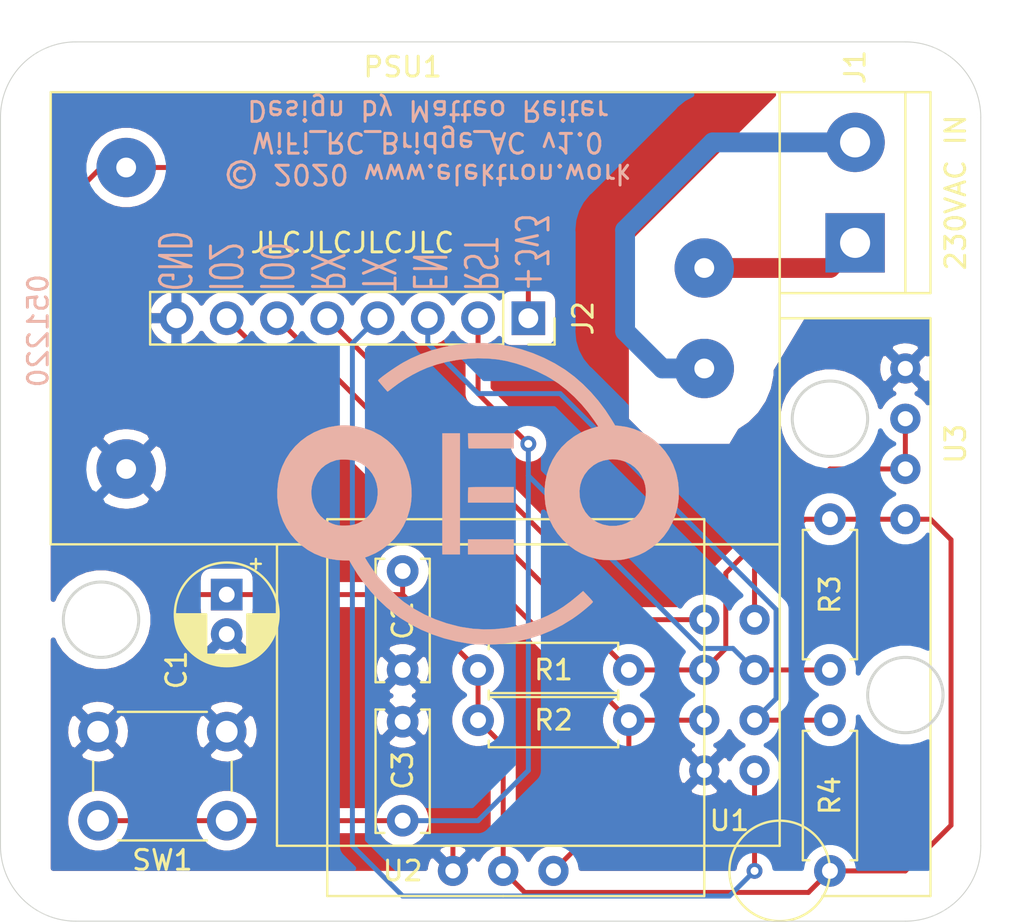
<source format=kicad_pcb>
(kicad_pcb (version 20171130) (host pcbnew "(5.1.7)-1")

  (general
    (thickness 1.6)
    (drawings 16)
    (tracks 76)
    (zones 0)
    (modules 15)
    (nets 11)
  )

  (page A4)
  (layers
    (0 F.Cu signal)
    (31 B.Cu signal)
    (32 B.Adhes user)
    (33 F.Adhes user)
    (34 B.Paste user)
    (35 F.Paste user)
    (36 B.SilkS user)
    (37 F.SilkS user)
    (38 B.Mask user)
    (39 F.Mask user)
    (40 Dwgs.User user)
    (41 Cmts.User user)
    (42 Eco1.User user)
    (43 Eco2.User user)
    (44 Edge.Cuts user)
    (45 Margin user)
    (46 B.CrtYd user)
    (47 F.CrtYd user)
    (48 B.Fab user)
    (49 F.Fab user)
  )

  (setup
    (last_trace_width 0.25)
    (trace_clearance 0.2)
    (zone_clearance 0.508)
    (zone_45_only no)
    (trace_min 0.2)
    (via_size 0.8)
    (via_drill 0.4)
    (via_min_size 0.4)
    (via_min_drill 0.3)
    (uvia_size 0.3)
    (uvia_drill 0.1)
    (uvias_allowed no)
    (uvia_min_size 0.2)
    (uvia_min_drill 0.1)
    (edge_width 0.05)
    (segment_width 0.2)
    (pcb_text_width 0.3)
    (pcb_text_size 1.5 1.5)
    (mod_edge_width 0.12)
    (mod_text_size 1 1)
    (mod_text_width 0.15)
    (pad_size 1.524 1.524)
    (pad_drill 0.762)
    (pad_to_mask_clearance 0)
    (aux_axis_origin 0 0)
    (visible_elements FFFFFF7F)
    (pcbplotparams
      (layerselection 0x010fc_ffffffff)
      (usegerberextensions false)
      (usegerberattributes true)
      (usegerberadvancedattributes true)
      (creategerberjobfile true)
      (excludeedgelayer true)
      (linewidth 0.100000)
      (plotframeref false)
      (viasonmask false)
      (mode 1)
      (useauxorigin false)
      (hpglpennumber 1)
      (hpglpenspeed 20)
      (hpglpendiameter 15.000000)
      (psnegative false)
      (psa4output false)
      (plotreference true)
      (plotvalue true)
      (plotinvisibletext false)
      (padsonsilk false)
      (subtractmaskfromsilk false)
      (outputformat 1)
      (mirror false)
      (drillshape 0)
      (scaleselection 1)
      (outputdirectory "grb/"))
  )

  (net 0 "")
  (net 1 +3V3)
  (net 2 GND)
  (net 3 RST)
  (net 4 "Net-(J1-Pad1)")
  (net 5 "Net-(J1-Pad2)")
  (net 6 EN)
  (net 7 TX)
  (net 8 RX)
  (net 9 IO0)
  (net 10 IO2)

  (net_class Default "This is the default net class."
    (clearance 0.2)
    (trace_width 0.25)
    (via_dia 0.8)
    (via_drill 0.4)
    (uvia_dia 0.3)
    (uvia_drill 0.1)
    (add_net +3V3)
    (add_net EN)
    (add_net GND)
    (add_net IO0)
    (add_net IO2)
    (add_net RST)
    (add_net RX)
    (add_net TX)
  )

  (net_class "AC Power" ""
    (clearance 2)
    (trace_width 1)
    (via_dia 1)
    (via_drill 0.4)
    (uvia_dia 0.3)
    (uvia_drill 0.1)
    (add_net "Net-(J1-Pad1)")
    (add_net "Net-(J1-Pad2)")
  )

  (module elektronlogo:elektronlogo_20x15 (layer B.Cu) (tedit 5FCB6B03) (tstamp 5FCB6AE2)
    (at 135.89 114.3)
    (fp_text reference G*** (at 0 0) (layer B.SilkS) hide
      (effects (font (size 1.524 1.524) (thickness 0.3)) (justify mirror))
    )
    (fp_text value LOGO (at 0.75 0) (layer B.SilkS) hide
      (effects (font (size 1.524 1.524) (thickness 0.3)) (justify mirror))
    )
    (fp_poly (pts (xy 6.944902 3.336253) (xy 7.082516 3.332541) (xy 7.194536 3.325337) (xy 7.29356 3.313495)
      (xy 7.392184 3.295873) (xy 7.503003 3.271324) (xy 7.5057 3.270691) (xy 7.841174 3.179157)
      (xy 8.138273 3.07014) (xy 8.407591 2.939659) (xy 8.448882 2.916485) (xy 8.799658 2.688127)
      (xy 9.111977 2.426603) (xy 9.385493 2.132337) (xy 9.61986 1.805751) (xy 9.81473 1.447271)
      (xy 9.969608 1.057765) (xy 10.074984 0.662322) (xy 10.133668 0.253509) (xy 10.145588 -0.161871)
      (xy 10.110674 -0.577013) (xy 10.028855 -0.985115) (xy 9.992153 -1.115095) (xy 9.852534 -1.490117)
      (xy 9.670172 -1.841456) (xy 9.448631 -2.166209) (xy 9.191474 -2.461473) (xy 8.902265 -2.724344)
      (xy 8.584569 -2.951921) (xy 8.241948 -3.141301) (xy 7.877966 -3.289581) (xy 7.496189 -3.393858)
      (xy 7.126827 -3.448933) (xy 6.925755 -3.4671) (xy 6.751327 -3.756538) (xy 6.433335 -4.244502)
      (xy 6.08136 -4.71155) (xy 5.700758 -5.151947) (xy 5.296881 -5.559957) (xy 4.875082 -5.929844)
      (xy 4.440715 -6.255874) (xy 4.380008 -6.297153) (xy 3.875668 -6.606875) (xy 3.339766 -6.881557)
      (xy 2.780109 -7.118265) (xy 2.204506 -7.314064) (xy 1.620764 -7.466019) (xy 1.03669 -7.571196)
      (xy 0.9652 -7.58076) (xy 0.767421 -7.601361) (xy 0.538796 -7.61725) (xy 0.293726 -7.628057)
      (xy 0.046616 -7.633411) (xy -0.18813 -7.632943) (xy -0.396109 -7.626282) (xy -0.508 -7.618642)
      (xy -1.140416 -7.542233) (xy -1.748274 -7.426799) (xy -2.329118 -7.273065) (xy -2.880491 -7.081757)
      (xy -3.399937 -6.8536) (xy -3.776189 -6.653507) (xy -3.921824 -6.566783) (xy -4.077932 -6.468885)
      (xy -4.239007 -6.363762) (xy -4.399544 -6.255364) (xy -4.55404 -6.14764) (xy -4.696989 -6.044539)
      (xy -4.822886 -5.95001) (xy -4.926228 -5.868003) (xy -5.001508 -5.802467) (xy -5.043223 -5.757351)
      (xy -5.049488 -5.739991) (xy -5.030238 -5.711881) (xy -4.985586 -5.655558) (xy -4.922782 -5.579477)
      (xy -4.849073 -5.492096) (xy -4.771708 -5.401868) (xy -4.697936 -5.317251) (xy -4.635006 -5.2467)
      (xy -4.590165 -5.198671) (xy -4.570821 -5.1816) (xy -4.546175 -5.196565) (xy -4.490737 -5.237155)
      (xy -4.4131 -5.296911) (xy -4.334783 -5.358985) (xy -4.022404 -5.592245) (xy -3.677234 -5.819286)
      (xy -3.314321 -6.031357) (xy -2.948711 -6.219712) (xy -2.59545 -6.375599) (xy -2.566941 -6.38689)
      (xy -2.090311 -6.551335) (xy -1.588975 -6.682145) (xy -1.071283 -6.778604) (xy -0.545584 -6.839999)
      (xy -0.020227 -6.865613) (xy 0.496438 -6.854732) (xy 0.996062 -6.806643) (xy 1.432247 -6.729197)
      (xy 1.942587 -6.596036) (xy 2.455736 -6.423175) (xy 2.957738 -6.216125) (xy 3.434633 -5.980396)
      (xy 3.677343 -5.842798) (xy 4.077899 -5.579418) (xy 4.473105 -5.271084) (xy 4.856964 -4.92364)
      (xy 5.223478 -4.542926) (xy 5.566649 -4.134786) (xy 5.88048 -3.705062) (xy 5.896852 -3.680795)
      (xy 6.074534 -3.4163) (xy 5.951917 -3.383847) (xy 5.649723 -3.294969) (xy 5.384186 -3.196404)
      (xy 5.14129 -3.082051) (xy 4.907018 -2.945814) (xy 4.830605 -2.895945) (xy 4.50786 -2.650299)
      (xy 4.22163 -2.370977) (xy 3.97349 -2.061181) (xy 3.765015 -1.724111) (xy 3.597781 -1.362968)
      (xy 3.473363 -0.980953) (xy 3.393335 -0.581267) (xy 3.359644 -0.171593) (xy 5.124096 -0.171593)
      (xy 5.162338 -0.458581) (xy 5.247746 -0.729377) (xy 5.379371 -0.981199) (xy 5.556259 -1.211264)
      (xy 5.612881 -1.270518) (xy 5.832262 -1.457888) (xy 6.070608 -1.598957) (xy 6.331468 -1.695405)
      (xy 6.618388 -1.748912) (xy 6.624578 -1.749572) (xy 6.775944 -1.760062) (xy 6.917947 -1.756342)
      (xy 7.071184 -1.737053) (xy 7.208186 -1.711072) (xy 7.468406 -1.631877) (xy 7.707182 -1.509798)
      (xy 7.92082 -1.349549) (xy 8.105625 -1.155844) (xy 8.257905 -0.933395) (xy 8.373965 -0.686918)
      (xy 8.450111 -0.421126) (xy 8.48265 -0.140733) (xy 8.4836 -0.083501) (xy 8.460168 0.210385)
      (xy 8.392362 0.485459) (xy 8.283915 0.738402) (xy 8.13856 0.965893) (xy 7.960032 1.164612)
      (xy 7.752063 1.33124) (xy 7.518386 1.462456) (xy 7.262737 1.55494) (xy 6.988847 1.605372)
      (xy 6.70045 1.610432) (xy 6.590374 1.600085) (xy 6.300827 1.540178) (xy 6.035386 1.437336)
      (xy 5.797305 1.294847) (xy 5.58984 1.115999) (xy 5.416247 0.904083) (xy 5.27978 0.662385)
      (xy 5.183695 0.394195) (xy 5.133974 0.128808) (xy 5.124096 -0.171593) (xy 3.359644 -0.171593)
      (xy 3.359275 -0.167111) (xy 3.36164 0.0889) (xy 3.40262 0.516831) (xy 3.487654 0.919713)
      (xy 3.617145 1.298483) (xy 3.791495 1.65408) (xy 4.011108 1.987442) (xy 4.276388 2.299506)
      (xy 4.340132 2.364612) (xy 4.623419 2.621545) (xy 4.915223 2.833681) (xy 5.225132 3.00701)
      (xy 5.562732 3.147523) (xy 5.630182 3.170799) (xy 5.825604 3.231976) (xy 6.003602 3.27702)
      (xy 6.178327 3.308005) (xy 6.363931 3.327004) (xy 6.574565 3.336089) (xy 6.7691 3.337616)
      (xy 6.944902 3.336253)) (layer B.SilkS) (width 0.01))
    (fp_poly (pts (xy 0.552308 7.602478) (xy 0.801856 7.596186) (xy 1.034923 7.584592) (xy 1.238121 7.567803)
      (xy 1.3081 7.559647) (xy 1.955859 7.453705) (xy 2.573741 7.307044) (xy 3.162766 7.119269)
      (xy 3.723957 6.889982) (xy 4.258335 6.618788) (xy 4.766922 6.30529) (xy 5.0402 6.111585)
      (xy 5.173096 6.010348) (xy 5.307353 5.903786) (xy 5.436941 5.797144) (xy 5.555827 5.695664)
      (xy 5.657981 5.60459) (xy 5.737371 5.529167) (xy 5.787966 5.474638) (xy 5.8039 5.447595)
      (xy 5.787135 5.419072) (xy 5.741112 5.36184) (xy 5.672235 5.283362) (xy 5.586911 5.191107)
      (xy 5.556182 5.158856) (xy 5.308465 4.90077) (xy 5.048182 5.125607) (xy 4.672511 5.433244)
      (xy 4.303969 5.699341) (xy 3.932476 5.930157) (xy 3.547956 6.13195) (xy 3.14033 6.31098)
      (xy 3.137747 6.312017) (xy 2.580982 6.510142) (xy 2.014362 6.662501) (xy 1.442015 6.768717)
      (xy 0.868071 6.828412) (xy 0.29666 6.841207) (xy -0.268089 6.806727) (xy -0.822046 6.724593)
      (xy -0.9906 6.689471) (xy -1.593033 6.530743) (xy -2.16786 6.329409) (xy -2.715274 6.085382)
      (xy -3.235467 5.798574) (xy -3.72863 5.468901) (xy -3.779225 5.431517) (xy -3.895778 5.338057)
      (xy -4.037772 5.213844) (xy -4.197455 5.06658) (xy -4.367073 4.903966) (xy -4.538872 4.733704)
      (xy -4.7051 4.563495) (xy -4.858004 4.401042) (xy -4.989829 4.254045) (xy -5.092823 4.130206)
      (xy -5.104772 4.1148) (xy -5.232658 3.943528) (xy -5.361583 3.762773) (xy -5.482613 3.585542)
      (xy -5.586813 3.424844) (xy -5.647765 3.324331) (xy -5.715983 3.206962) (xy -5.556742 3.14863)
      (xy -5.185503 2.986473) (xy -4.83961 2.782726) (xy -4.522404 2.540806) (xy -4.237227 2.264132)
      (xy -3.98742 1.956122) (xy -3.776326 1.620195) (xy -3.607285 1.259768) (xy -3.546393 1.0922)
      (xy -3.467702 0.832571) (xy -3.413011 0.594007) (xy -3.378269 0.355223) (xy -3.360312 0.1143)
      (xy -3.364032 -0.306537) (xy -3.414443 -0.714567) (xy -3.509626 -1.106691) (xy -3.647666 -1.479809)
      (xy -3.826647 -1.83082) (xy -4.04465 -2.156626) (xy -4.299759 -2.454125) (xy -4.590058 -2.720217)
      (xy -4.913631 -2.951804) (xy -5.268559 -3.145785) (xy -5.416429 -3.211139) (xy -5.666351 -3.299999)
      (xy -5.946699 -3.374506) (xy -6.238024 -3.429976) (xy -6.422542 -3.453453) (xy -6.589943 -3.468262)
      (xy -6.729039 -3.474862) (xy -6.861194 -3.473206) (xy -7.007773 -3.463247) (xy -7.1247 -3.451904)
      (xy -7.532891 -3.384975) (xy -7.922955 -3.272384) (xy -8.29183 -3.116528) (xy -8.636451 -2.919803)
      (xy -8.953757 -2.684608) (xy -9.240684 -2.413338) (xy -9.494169 -2.108392) (xy -9.711149 -1.772165)
      (xy -9.888561 -1.407055) (xy -9.95305 -1.238576) (xy -10.046301 -0.915265) (xy -10.109943 -0.565624)
      (xy -10.142751 -0.204696) (xy -10.142947 -0.110612) (xy -8.4277 -0.110612) (xy -8.40153 -0.381966)
      (xy -8.331619 -0.649433) (xy -8.258497 -0.8255) (xy -8.110036 -1.076355) (xy -7.925066 -1.293032)
      (xy -7.706996 -1.472752) (xy -7.459234 -1.612735) (xy -7.18519 -1.710204) (xy -7.167666 -1.714721)
      (xy -7.041238 -1.735457) (xy -6.881217 -1.745402) (xy -6.703529 -1.745115) (xy -6.524097 -1.735156)
      (xy -6.358844 -1.716084) (xy -6.223694 -1.688459) (xy -6.1976 -1.680648) (xy -5.938291 -1.571069)
      (xy -5.708414 -1.423157) (xy -5.510161 -1.241462) (xy -5.345727 -1.030532) (xy -5.217306 -0.794915)
      (xy -5.127091 -0.53916) (xy -5.077276 -0.267815) (xy -5.070055 0.01457) (xy -5.10762 0.303448)
      (xy -5.154108 0.482989) (xy -5.241209 0.692648) (xy -5.368146 0.900586) (xy -5.525101 1.09435)
      (xy -5.702256 1.261486) (xy -5.851117 1.367162) (xy -6.030329 1.463172) (xy -6.208505 1.529978)
      (xy -6.400865 1.57175) (xy -6.622626 1.59266) (xy -6.682712 1.595063) (xy -6.883263 1.596335)
      (xy -7.050492 1.583941) (xy -7.20082 1.554528) (xy -7.350666 1.504745) (xy -7.516452 1.43124)
      (xy -7.539077 1.420234) (xy -7.768113 1.280829) (xy -7.966154 1.105521) (xy -8.131379 0.899994)
      (xy -8.261968 0.669933) (xy -8.356098 0.421022) (xy -8.411949 0.158946) (xy -8.4277 -0.110612)
      (xy -10.142947 -0.110612) (xy -10.143497 0.152479) (xy -10.110954 0.490857) (xy -10.099653 0.5588)
      (xy -10.001897 0.965851) (xy -9.861018 1.348749) (xy -9.679732 1.705233) (xy -9.460757 2.033046)
      (xy -9.206809 2.329929) (xy -8.920604 2.593622) (xy -8.604859 2.821866) (xy -8.262291 3.012404)
      (xy -7.895615 3.162974) (xy -7.50755 3.27132) (xy -7.100811 3.335181) (xy -6.739635 3.3528)
      (xy -6.505636 3.3528) (xy -6.373382 3.58775) (xy -6.091112 4.047397) (xy -5.768773 4.497653)
      (xy -5.413013 4.931257) (xy -5.030482 5.340947) (xy -4.627828 5.719461) (xy -4.211702 6.059538)
      (xy -3.917735 6.269639) (xy -3.408186 6.582565) (xy -2.867256 6.858474) (xy -2.300331 7.095403)
      (xy -1.7128 7.291388) (xy -1.110049 7.444466) (xy -0.497465 7.552674) (xy -0.3429 7.572546)
      (xy -0.161323 7.588504) (xy 0.05733 7.598742) (xy 0.29967 7.603365) (xy 0.552308 7.602478)) (layer B.SilkS) (width 0.01))
    (fp_poly (pts (xy -0.9144 -3.0734) (xy -1.8034 -3.0734) (xy -1.8034 3.048) (xy -0.9144 3.048)
      (xy -0.9144 -3.0734)) (layer B.SilkS) (width 0.01))
    (fp_poly (pts (xy -0.447656 -2.311351) (xy -0.373475 -2.311363) (xy -0.258919 -2.311374) (xy -0.109202 -2.311383)
      (xy 0.070463 -2.31139) (xy 0.274865 -2.311396) (xy 0.498789 -2.311399) (xy 0.6731 -2.3114)
      (xy 1.8034 -2.3114) (xy 1.8034 -3.0734) (xy -0.509324 -3.0734) (xy -0.502312 -2.692339)
      (xy -0.498676 -2.559743) (xy -0.493308 -2.447221) (xy -0.486809 -2.363549) (xy -0.47978 -2.317507)
      (xy -0.47625 -2.311339) (xy -0.447656 -2.311351)) (layer B.SilkS) (width 0.01))
    (fp_poly (pts (xy 1.8034 -0.3556) (xy 0.664633 -0.3556) (xy 0.428862 -0.355233) (xy 0.208839 -0.354185)
      (xy 0.009745 -0.352531) (xy -0.163242 -0.350346) (xy -0.304941 -0.347707) (xy -0.410173 -0.34469)
      (xy -0.473758 -0.34137) (xy -0.491067 -0.338666) (xy -0.497019 -0.308553) (xy -0.502055 -0.237009)
      (xy -0.505773 -0.133398) (xy -0.50777 -0.007086) (xy -0.508 0.055034) (xy -0.508 0.4318)
      (xy 1.8034 0.4318) (xy 1.8034 -0.3556)) (layer B.SilkS) (width 0.01))
    (fp_poly (pts (xy 1.8034 2.286) (xy -0.508 2.286) (xy -0.508 3.048) (xy 1.8034 3.048)
      (xy 1.8034 2.286)) (layer B.SilkS) (width 0.01))
  )

  (module Capacitor_THT:CP_Radial_D5.0mm_P2.00mm (layer F.Cu) (tedit 5AE50EF0) (tstamp 5FCACBFA)
    (at 123.19 119.38 270)
    (descr "CP, Radial series, Radial, pin pitch=2.00mm, , diameter=5mm, Electrolytic Capacitor")
    (tags "CP Radial series Radial pin pitch 2.00mm  diameter 5mm Electrolytic Capacitor")
    (path /5FCB7935)
    (fp_text reference C1 (at 3.81 2.54 90) (layer F.SilkS)
      (effects (font (size 1 1) (thickness 0.15)))
    )
    (fp_text value 100u (at 1 3.75 90) (layer F.Fab)
      (effects (font (size 1 1) (thickness 0.15)))
    )
    (fp_line (start -1.554775 -1.725) (end -1.554775 -1.225) (layer F.SilkS) (width 0.12))
    (fp_line (start -1.804775 -1.475) (end -1.304775 -1.475) (layer F.SilkS) (width 0.12))
    (fp_line (start 3.601 -0.284) (end 3.601 0.284) (layer F.SilkS) (width 0.12))
    (fp_line (start 3.561 -0.518) (end 3.561 0.518) (layer F.SilkS) (width 0.12))
    (fp_line (start 3.521 -0.677) (end 3.521 0.677) (layer F.SilkS) (width 0.12))
    (fp_line (start 3.481 -0.805) (end 3.481 0.805) (layer F.SilkS) (width 0.12))
    (fp_line (start 3.441 -0.915) (end 3.441 0.915) (layer F.SilkS) (width 0.12))
    (fp_line (start 3.401 -1.011) (end 3.401 1.011) (layer F.SilkS) (width 0.12))
    (fp_line (start 3.361 -1.098) (end 3.361 1.098) (layer F.SilkS) (width 0.12))
    (fp_line (start 3.321 -1.178) (end 3.321 1.178) (layer F.SilkS) (width 0.12))
    (fp_line (start 3.281 -1.251) (end 3.281 1.251) (layer F.SilkS) (width 0.12))
    (fp_line (start 3.241 -1.319) (end 3.241 1.319) (layer F.SilkS) (width 0.12))
    (fp_line (start 3.201 -1.383) (end 3.201 1.383) (layer F.SilkS) (width 0.12))
    (fp_line (start 3.161 -1.443) (end 3.161 1.443) (layer F.SilkS) (width 0.12))
    (fp_line (start 3.121 -1.5) (end 3.121 1.5) (layer F.SilkS) (width 0.12))
    (fp_line (start 3.081 -1.554) (end 3.081 1.554) (layer F.SilkS) (width 0.12))
    (fp_line (start 3.041 -1.605) (end 3.041 1.605) (layer F.SilkS) (width 0.12))
    (fp_line (start 3.001 1.04) (end 3.001 1.653) (layer F.SilkS) (width 0.12))
    (fp_line (start 3.001 -1.653) (end 3.001 -1.04) (layer F.SilkS) (width 0.12))
    (fp_line (start 2.961 1.04) (end 2.961 1.699) (layer F.SilkS) (width 0.12))
    (fp_line (start 2.961 -1.699) (end 2.961 -1.04) (layer F.SilkS) (width 0.12))
    (fp_line (start 2.921 1.04) (end 2.921 1.743) (layer F.SilkS) (width 0.12))
    (fp_line (start 2.921 -1.743) (end 2.921 -1.04) (layer F.SilkS) (width 0.12))
    (fp_line (start 2.881 1.04) (end 2.881 1.785) (layer F.SilkS) (width 0.12))
    (fp_line (start 2.881 -1.785) (end 2.881 -1.04) (layer F.SilkS) (width 0.12))
    (fp_line (start 2.841 1.04) (end 2.841 1.826) (layer F.SilkS) (width 0.12))
    (fp_line (start 2.841 -1.826) (end 2.841 -1.04) (layer F.SilkS) (width 0.12))
    (fp_line (start 2.801 1.04) (end 2.801 1.864) (layer F.SilkS) (width 0.12))
    (fp_line (start 2.801 -1.864) (end 2.801 -1.04) (layer F.SilkS) (width 0.12))
    (fp_line (start 2.761 1.04) (end 2.761 1.901) (layer F.SilkS) (width 0.12))
    (fp_line (start 2.761 -1.901) (end 2.761 -1.04) (layer F.SilkS) (width 0.12))
    (fp_line (start 2.721 1.04) (end 2.721 1.937) (layer F.SilkS) (width 0.12))
    (fp_line (start 2.721 -1.937) (end 2.721 -1.04) (layer F.SilkS) (width 0.12))
    (fp_line (start 2.681 1.04) (end 2.681 1.971) (layer F.SilkS) (width 0.12))
    (fp_line (start 2.681 -1.971) (end 2.681 -1.04) (layer F.SilkS) (width 0.12))
    (fp_line (start 2.641 1.04) (end 2.641 2.004) (layer F.SilkS) (width 0.12))
    (fp_line (start 2.641 -2.004) (end 2.641 -1.04) (layer F.SilkS) (width 0.12))
    (fp_line (start 2.601 1.04) (end 2.601 2.035) (layer F.SilkS) (width 0.12))
    (fp_line (start 2.601 -2.035) (end 2.601 -1.04) (layer F.SilkS) (width 0.12))
    (fp_line (start 2.561 1.04) (end 2.561 2.065) (layer F.SilkS) (width 0.12))
    (fp_line (start 2.561 -2.065) (end 2.561 -1.04) (layer F.SilkS) (width 0.12))
    (fp_line (start 2.521 1.04) (end 2.521 2.095) (layer F.SilkS) (width 0.12))
    (fp_line (start 2.521 -2.095) (end 2.521 -1.04) (layer F.SilkS) (width 0.12))
    (fp_line (start 2.481 1.04) (end 2.481 2.122) (layer F.SilkS) (width 0.12))
    (fp_line (start 2.481 -2.122) (end 2.481 -1.04) (layer F.SilkS) (width 0.12))
    (fp_line (start 2.441 1.04) (end 2.441 2.149) (layer F.SilkS) (width 0.12))
    (fp_line (start 2.441 -2.149) (end 2.441 -1.04) (layer F.SilkS) (width 0.12))
    (fp_line (start 2.401 1.04) (end 2.401 2.175) (layer F.SilkS) (width 0.12))
    (fp_line (start 2.401 -2.175) (end 2.401 -1.04) (layer F.SilkS) (width 0.12))
    (fp_line (start 2.361 1.04) (end 2.361 2.2) (layer F.SilkS) (width 0.12))
    (fp_line (start 2.361 -2.2) (end 2.361 -1.04) (layer F.SilkS) (width 0.12))
    (fp_line (start 2.321 1.04) (end 2.321 2.224) (layer F.SilkS) (width 0.12))
    (fp_line (start 2.321 -2.224) (end 2.321 -1.04) (layer F.SilkS) (width 0.12))
    (fp_line (start 2.281 1.04) (end 2.281 2.247) (layer F.SilkS) (width 0.12))
    (fp_line (start 2.281 -2.247) (end 2.281 -1.04) (layer F.SilkS) (width 0.12))
    (fp_line (start 2.241 1.04) (end 2.241 2.268) (layer F.SilkS) (width 0.12))
    (fp_line (start 2.241 -2.268) (end 2.241 -1.04) (layer F.SilkS) (width 0.12))
    (fp_line (start 2.201 1.04) (end 2.201 2.29) (layer F.SilkS) (width 0.12))
    (fp_line (start 2.201 -2.29) (end 2.201 -1.04) (layer F.SilkS) (width 0.12))
    (fp_line (start 2.161 1.04) (end 2.161 2.31) (layer F.SilkS) (width 0.12))
    (fp_line (start 2.161 -2.31) (end 2.161 -1.04) (layer F.SilkS) (width 0.12))
    (fp_line (start 2.121 1.04) (end 2.121 2.329) (layer F.SilkS) (width 0.12))
    (fp_line (start 2.121 -2.329) (end 2.121 -1.04) (layer F.SilkS) (width 0.12))
    (fp_line (start 2.081 1.04) (end 2.081 2.348) (layer F.SilkS) (width 0.12))
    (fp_line (start 2.081 -2.348) (end 2.081 -1.04) (layer F.SilkS) (width 0.12))
    (fp_line (start 2.041 1.04) (end 2.041 2.365) (layer F.SilkS) (width 0.12))
    (fp_line (start 2.041 -2.365) (end 2.041 -1.04) (layer F.SilkS) (width 0.12))
    (fp_line (start 2.001 1.04) (end 2.001 2.382) (layer F.SilkS) (width 0.12))
    (fp_line (start 2.001 -2.382) (end 2.001 -1.04) (layer F.SilkS) (width 0.12))
    (fp_line (start 1.961 1.04) (end 1.961 2.398) (layer F.SilkS) (width 0.12))
    (fp_line (start 1.961 -2.398) (end 1.961 -1.04) (layer F.SilkS) (width 0.12))
    (fp_line (start 1.921 1.04) (end 1.921 2.414) (layer F.SilkS) (width 0.12))
    (fp_line (start 1.921 -2.414) (end 1.921 -1.04) (layer F.SilkS) (width 0.12))
    (fp_line (start 1.881 1.04) (end 1.881 2.428) (layer F.SilkS) (width 0.12))
    (fp_line (start 1.881 -2.428) (end 1.881 -1.04) (layer F.SilkS) (width 0.12))
    (fp_line (start 1.841 1.04) (end 1.841 2.442) (layer F.SilkS) (width 0.12))
    (fp_line (start 1.841 -2.442) (end 1.841 -1.04) (layer F.SilkS) (width 0.12))
    (fp_line (start 1.801 1.04) (end 1.801 2.455) (layer F.SilkS) (width 0.12))
    (fp_line (start 1.801 -2.455) (end 1.801 -1.04) (layer F.SilkS) (width 0.12))
    (fp_line (start 1.761 1.04) (end 1.761 2.468) (layer F.SilkS) (width 0.12))
    (fp_line (start 1.761 -2.468) (end 1.761 -1.04) (layer F.SilkS) (width 0.12))
    (fp_line (start 1.721 1.04) (end 1.721 2.48) (layer F.SilkS) (width 0.12))
    (fp_line (start 1.721 -2.48) (end 1.721 -1.04) (layer F.SilkS) (width 0.12))
    (fp_line (start 1.68 1.04) (end 1.68 2.491) (layer F.SilkS) (width 0.12))
    (fp_line (start 1.68 -2.491) (end 1.68 -1.04) (layer F.SilkS) (width 0.12))
    (fp_line (start 1.64 1.04) (end 1.64 2.501) (layer F.SilkS) (width 0.12))
    (fp_line (start 1.64 -2.501) (end 1.64 -1.04) (layer F.SilkS) (width 0.12))
    (fp_line (start 1.6 1.04) (end 1.6 2.511) (layer F.SilkS) (width 0.12))
    (fp_line (start 1.6 -2.511) (end 1.6 -1.04) (layer F.SilkS) (width 0.12))
    (fp_line (start 1.56 1.04) (end 1.56 2.52) (layer F.SilkS) (width 0.12))
    (fp_line (start 1.56 -2.52) (end 1.56 -1.04) (layer F.SilkS) (width 0.12))
    (fp_line (start 1.52 1.04) (end 1.52 2.528) (layer F.SilkS) (width 0.12))
    (fp_line (start 1.52 -2.528) (end 1.52 -1.04) (layer F.SilkS) (width 0.12))
    (fp_line (start 1.48 1.04) (end 1.48 2.536) (layer F.SilkS) (width 0.12))
    (fp_line (start 1.48 -2.536) (end 1.48 -1.04) (layer F.SilkS) (width 0.12))
    (fp_line (start 1.44 1.04) (end 1.44 2.543) (layer F.SilkS) (width 0.12))
    (fp_line (start 1.44 -2.543) (end 1.44 -1.04) (layer F.SilkS) (width 0.12))
    (fp_line (start 1.4 1.04) (end 1.4 2.55) (layer F.SilkS) (width 0.12))
    (fp_line (start 1.4 -2.55) (end 1.4 -1.04) (layer F.SilkS) (width 0.12))
    (fp_line (start 1.36 1.04) (end 1.36 2.556) (layer F.SilkS) (width 0.12))
    (fp_line (start 1.36 -2.556) (end 1.36 -1.04) (layer F.SilkS) (width 0.12))
    (fp_line (start 1.32 1.04) (end 1.32 2.561) (layer F.SilkS) (width 0.12))
    (fp_line (start 1.32 -2.561) (end 1.32 -1.04) (layer F.SilkS) (width 0.12))
    (fp_line (start 1.28 1.04) (end 1.28 2.565) (layer F.SilkS) (width 0.12))
    (fp_line (start 1.28 -2.565) (end 1.28 -1.04) (layer F.SilkS) (width 0.12))
    (fp_line (start 1.24 1.04) (end 1.24 2.569) (layer F.SilkS) (width 0.12))
    (fp_line (start 1.24 -2.569) (end 1.24 -1.04) (layer F.SilkS) (width 0.12))
    (fp_line (start 1.2 1.04) (end 1.2 2.573) (layer F.SilkS) (width 0.12))
    (fp_line (start 1.2 -2.573) (end 1.2 -1.04) (layer F.SilkS) (width 0.12))
    (fp_line (start 1.16 1.04) (end 1.16 2.576) (layer F.SilkS) (width 0.12))
    (fp_line (start 1.16 -2.576) (end 1.16 -1.04) (layer F.SilkS) (width 0.12))
    (fp_line (start 1.12 1.04) (end 1.12 2.578) (layer F.SilkS) (width 0.12))
    (fp_line (start 1.12 -2.578) (end 1.12 -1.04) (layer F.SilkS) (width 0.12))
    (fp_line (start 1.08 1.04) (end 1.08 2.579) (layer F.SilkS) (width 0.12))
    (fp_line (start 1.08 -2.579) (end 1.08 -1.04) (layer F.SilkS) (width 0.12))
    (fp_line (start 1.04 -2.58) (end 1.04 -1.04) (layer F.SilkS) (width 0.12))
    (fp_line (start 1.04 1.04) (end 1.04 2.58) (layer F.SilkS) (width 0.12))
    (fp_line (start 1 -2.58) (end 1 -1.04) (layer F.SilkS) (width 0.12))
    (fp_line (start 1 1.04) (end 1 2.58) (layer F.SilkS) (width 0.12))
    (fp_line (start -0.883605 -1.3375) (end -0.883605 -0.8375) (layer F.Fab) (width 0.1))
    (fp_line (start -1.133605 -1.0875) (end -0.633605 -1.0875) (layer F.Fab) (width 0.1))
    (fp_circle (center 1 0) (end 3.75 0) (layer F.CrtYd) (width 0.05))
    (fp_circle (center 1 0) (end 3.62 0) (layer F.SilkS) (width 0.12))
    (fp_circle (center 1 0) (end 3.5 0) (layer F.Fab) (width 0.1))
    (fp_text user %R (at 1 0 90) (layer F.Fab)
      (effects (font (size 1 1) (thickness 0.15)))
    )
    (pad 1 thru_hole rect (at 0 0 270) (size 1.6 1.6) (drill 0.8) (layers *.Cu *.Mask)
      (net 1 +3V3))
    (pad 2 thru_hole circle (at 2 0 270) (size 1.6 1.6) (drill 0.8) (layers *.Cu *.Mask)
      (net 2 GND))
    (model ${KISYS3DMOD}/Capacitor_THT.3dshapes/CP_Radial_D5.0mm_P2.00mm.wrl
      (at (xyz 0 0 0))
      (scale (xyz 1 1 1))
      (rotate (xyz 0 0 0))
    )
  )

  (module Capacitor_THT:C_Disc_D6.0mm_W2.5mm_P5.00mm (layer F.Cu) (tedit 5AE50EF0) (tstamp 5FCB727D)
    (at 132.08 123.19 90)
    (descr "C, Disc series, Radial, pin pitch=5.00mm, , diameter*width=6*2.5mm^2, Capacitor, http://cdn-reichelt.de/documents/datenblatt/B300/DS_KERKO_TC.pdf")
    (tags "C Disc series Radial pin pitch 5.00mm  diameter 6mm width 2.5mm Capacitor")
    (path /5FCB8A3B)
    (fp_text reference C2 (at 2.5 0 90) (layer F.SilkS)
      (effects (font (size 1 1) (thickness 0.15)))
    )
    (fp_text value 100n (at 2.5 2.5 90) (layer F.Fab)
      (effects (font (size 1 1) (thickness 0.15)))
    )
    (fp_line (start 6.05 -1.5) (end -1.05 -1.5) (layer F.CrtYd) (width 0.05))
    (fp_line (start 6.05 1.5) (end 6.05 -1.5) (layer F.CrtYd) (width 0.05))
    (fp_line (start -1.05 1.5) (end 6.05 1.5) (layer F.CrtYd) (width 0.05))
    (fp_line (start -1.05 -1.5) (end -1.05 1.5) (layer F.CrtYd) (width 0.05))
    (fp_line (start 5.62 0.925) (end 5.62 1.37) (layer F.SilkS) (width 0.12))
    (fp_line (start 5.62 -1.37) (end 5.62 -0.925) (layer F.SilkS) (width 0.12))
    (fp_line (start -0.62 0.925) (end -0.62 1.37) (layer F.SilkS) (width 0.12))
    (fp_line (start -0.62 -1.37) (end -0.62 -0.925) (layer F.SilkS) (width 0.12))
    (fp_line (start -0.62 1.37) (end 5.62 1.37) (layer F.SilkS) (width 0.12))
    (fp_line (start -0.62 -1.37) (end 5.62 -1.37) (layer F.SilkS) (width 0.12))
    (fp_line (start 5.5 -1.25) (end -0.5 -1.25) (layer F.Fab) (width 0.1))
    (fp_line (start 5.5 1.25) (end 5.5 -1.25) (layer F.Fab) (width 0.1))
    (fp_line (start -0.5 1.25) (end 5.5 1.25) (layer F.Fab) (width 0.1))
    (fp_line (start -0.5 -1.25) (end -0.5 1.25) (layer F.Fab) (width 0.1))
    (fp_text user %R (at 2.5 0 90) (layer F.Fab)
      (effects (font (size 1 1) (thickness 0.15)))
    )
    (pad 1 thru_hole circle (at 0 0 90) (size 1.6 1.6) (drill 0.8) (layers *.Cu *.Mask)
      (net 2 GND))
    (pad 2 thru_hole circle (at 5 0 90) (size 1.6 1.6) (drill 0.8) (layers *.Cu *.Mask)
      (net 1 +3V3))
    (model ${KISYS3DMOD}/Capacitor_THT.3dshapes/C_Disc_D6.0mm_W2.5mm_P5.00mm.wrl
      (at (xyz 0 0 0))
      (scale (xyz 1 1 1))
      (rotate (xyz 0 0 0))
    )
  )

  (module Capacitor_THT:C_Disc_D6.0mm_W2.5mm_P5.00mm (layer F.Cu) (tedit 5AE50EF0) (tstamp 5FCAC391)
    (at 132.08 130.81 90)
    (descr "C, Disc series, Radial, pin pitch=5.00mm, , diameter*width=6*2.5mm^2, Capacitor, http://cdn-reichelt.de/documents/datenblatt/B300/DS_KERKO_TC.pdf")
    (tags "C Disc series Radial pin pitch 5.00mm  diameter 6mm width 2.5mm Capacitor")
    (path /5FCC8B2D)
    (fp_text reference C3 (at 2.54 0 90) (layer F.SilkS)
      (effects (font (size 1 1) (thickness 0.15)))
    )
    (fp_text value 100n (at 2.5 2.5 90) (layer F.Fab)
      (effects (font (size 1 1) (thickness 0.15)))
    )
    (fp_text user %R (at 2.5 0 90) (layer F.Fab)
      (effects (font (size 1 1) (thickness 0.15)))
    )
    (fp_line (start -0.5 -1.25) (end -0.5 1.25) (layer F.Fab) (width 0.1))
    (fp_line (start -0.5 1.25) (end 5.5 1.25) (layer F.Fab) (width 0.1))
    (fp_line (start 5.5 1.25) (end 5.5 -1.25) (layer F.Fab) (width 0.1))
    (fp_line (start 5.5 -1.25) (end -0.5 -1.25) (layer F.Fab) (width 0.1))
    (fp_line (start -0.62 -1.37) (end 5.62 -1.37) (layer F.SilkS) (width 0.12))
    (fp_line (start -0.62 1.37) (end 5.62 1.37) (layer F.SilkS) (width 0.12))
    (fp_line (start -0.62 -1.37) (end -0.62 -0.925) (layer F.SilkS) (width 0.12))
    (fp_line (start -0.62 0.925) (end -0.62 1.37) (layer F.SilkS) (width 0.12))
    (fp_line (start 5.62 -1.37) (end 5.62 -0.925) (layer F.SilkS) (width 0.12))
    (fp_line (start 5.62 0.925) (end 5.62 1.37) (layer F.SilkS) (width 0.12))
    (fp_line (start -1.05 -1.5) (end -1.05 1.5) (layer F.CrtYd) (width 0.05))
    (fp_line (start -1.05 1.5) (end 6.05 1.5) (layer F.CrtYd) (width 0.05))
    (fp_line (start 6.05 1.5) (end 6.05 -1.5) (layer F.CrtYd) (width 0.05))
    (fp_line (start 6.05 -1.5) (end -1.05 -1.5) (layer F.CrtYd) (width 0.05))
    (pad 2 thru_hole circle (at 5 0 90) (size 1.6 1.6) (drill 0.8) (layers *.Cu *.Mask)
      (net 2 GND))
    (pad 1 thru_hole circle (at 0 0 90) (size 1.6 1.6) (drill 0.8) (layers *.Cu *.Mask)
      (net 3 RST))
    (model ${KISYS3DMOD}/Capacitor_THT.3dshapes/C_Disc_D6.0mm_W2.5mm_P5.00mm.wrl
      (at (xyz 0 0 0))
      (scale (xyz 1 1 1))
      (rotate (xyz 0 0 0))
    )
  )

  (module TerminalBlock:TerminalBlock_bornier-2_P5.08mm (layer F.Cu) (tedit 59FF03AB) (tstamp 5FCAA39B)
    (at 154.94 101.6 90)
    (descr "simple 2-pin terminal block, pitch 5.08mm, revamped version of bornier2")
    (tags "terminal block bornier2")
    (path /5FCBBA49)
    (fp_text reference J1 (at 8.89 0 90) (layer F.SilkS)
      (effects (font (size 1 1) (thickness 0.15)))
    )
    (fp_text value Screw_Terminal_01x02 (at 11.43 0 180) (layer F.Fab)
      (effects (font (size 1 1) (thickness 0.15)))
    )
    (fp_line (start 7.79 4) (end -2.71 4) (layer F.CrtYd) (width 0.05))
    (fp_line (start 7.79 4) (end 7.79 -4) (layer F.CrtYd) (width 0.05))
    (fp_line (start -2.71 -4) (end -2.71 4) (layer F.CrtYd) (width 0.05))
    (fp_line (start -2.71 -4) (end 7.79 -4) (layer F.CrtYd) (width 0.05))
    (fp_line (start -2.54 3.81) (end 7.62 3.81) (layer F.SilkS) (width 0.12))
    (fp_line (start -2.54 -3.81) (end -2.54 3.81) (layer F.SilkS) (width 0.12))
    (fp_line (start 7.62 -3.81) (end -2.54 -3.81) (layer F.SilkS) (width 0.12))
    (fp_line (start 7.62 3.81) (end 7.62 -3.81) (layer F.SilkS) (width 0.12))
    (fp_line (start 7.62 2.54) (end -2.54 2.54) (layer F.SilkS) (width 0.12))
    (fp_line (start 7.54 -3.75) (end -2.46 -3.75) (layer F.Fab) (width 0.1))
    (fp_line (start 7.54 3.75) (end 7.54 -3.75) (layer F.Fab) (width 0.1))
    (fp_line (start -2.46 3.75) (end 7.54 3.75) (layer F.Fab) (width 0.1))
    (fp_line (start -2.46 -3.75) (end -2.46 3.75) (layer F.Fab) (width 0.1))
    (fp_line (start -2.41 2.55) (end 7.49 2.55) (layer F.Fab) (width 0.1))
    (fp_text user %R (at 2.54 0 90) (layer F.Fab)
      (effects (font (size 1 1) (thickness 0.15)))
    )
    (pad 1 thru_hole rect (at 0 0 90) (size 3 3) (drill 1.52) (layers *.Cu *.Mask)
      (net 4 "Net-(J1-Pad1)"))
    (pad 2 thru_hole circle (at 5.08 0 90) (size 3 3) (drill 1.52) (layers *.Cu *.Mask)
      (net 5 "Net-(J1-Pad2)"))
    (model ${KISYS3DMOD}/TerminalBlock.3dshapes/TerminalBlock_bornier-2_P5.08mm.wrl
      (offset (xyz 2.539999961853027 0 0))
      (scale (xyz 1 1 1))
      (rotate (xyz 0 0 0))
    )
  )

  (module Connector_PinSocket_2.54mm:PinSocket_1x08_P2.54mm_Vertical (layer F.Cu) (tedit 5A19A420) (tstamp 5FCAA3B7)
    (at 138.43 105.41 270)
    (descr "Through hole straight socket strip, 1x08, 2.54mm pitch, single row (from Kicad 4.0.7), script generated")
    (tags "Through hole socket strip THT 1x08 2.54mm single row")
    (path /5FCA22B9)
    (fp_text reference J2 (at 0 -2.77 90) (layer F.SilkS)
      (effects (font (size 1 1) (thickness 0.15)))
    )
    (fp_text value Conn_01x08_Female (at 0 20.55 90) (layer F.Fab)
      (effects (font (size 1 1) (thickness 0.15)))
    )
    (fp_line (start -1.8 19.55) (end -1.8 -1.8) (layer F.CrtYd) (width 0.05))
    (fp_line (start 1.75 19.55) (end -1.8 19.55) (layer F.CrtYd) (width 0.05))
    (fp_line (start 1.75 -1.8) (end 1.75 19.55) (layer F.CrtYd) (width 0.05))
    (fp_line (start -1.8 -1.8) (end 1.75 -1.8) (layer F.CrtYd) (width 0.05))
    (fp_line (start 0 -1.33) (end 1.33 -1.33) (layer F.SilkS) (width 0.12))
    (fp_line (start 1.33 -1.33) (end 1.33 0) (layer F.SilkS) (width 0.12))
    (fp_line (start 1.33 1.27) (end 1.33 19.11) (layer F.SilkS) (width 0.12))
    (fp_line (start -1.33 19.11) (end 1.33 19.11) (layer F.SilkS) (width 0.12))
    (fp_line (start -1.33 1.27) (end -1.33 19.11) (layer F.SilkS) (width 0.12))
    (fp_line (start -1.33 1.27) (end 1.33 1.27) (layer F.SilkS) (width 0.12))
    (fp_line (start -1.27 19.05) (end -1.27 -1.27) (layer F.Fab) (width 0.1))
    (fp_line (start 1.27 19.05) (end -1.27 19.05) (layer F.Fab) (width 0.1))
    (fp_line (start 1.27 -0.635) (end 1.27 19.05) (layer F.Fab) (width 0.1))
    (fp_line (start 0.635 -1.27) (end 1.27 -0.635) (layer F.Fab) (width 0.1))
    (fp_line (start -1.27 -1.27) (end 0.635 -1.27) (layer F.Fab) (width 0.1))
    (fp_text user %R (at 0 8.89) (layer F.Fab)
      (effects (font (size 1 1) (thickness 0.15)))
    )
    (pad 1 thru_hole rect (at 0 0 270) (size 1.7 1.7) (drill 1) (layers *.Cu *.Mask)
      (net 1 +3V3))
    (pad 2 thru_hole oval (at 0 2.54 270) (size 1.7 1.7) (drill 1) (layers *.Cu *.Mask)
      (net 3 RST))
    (pad 3 thru_hole oval (at 0 5.08 270) (size 1.7 1.7) (drill 1) (layers *.Cu *.Mask)
      (net 6 EN))
    (pad 4 thru_hole oval (at 0 7.62 270) (size 1.7 1.7) (drill 1) (layers *.Cu *.Mask)
      (net 7 TX))
    (pad 5 thru_hole oval (at 0 10.16 270) (size 1.7 1.7) (drill 1) (layers *.Cu *.Mask)
      (net 8 RX))
    (pad 6 thru_hole oval (at 0 12.7 270) (size 1.7 1.7) (drill 1) (layers *.Cu *.Mask)
      (net 9 IO0))
    (pad 7 thru_hole oval (at 0 15.24 270) (size 1.7 1.7) (drill 1) (layers *.Cu *.Mask)
      (net 10 IO2))
    (pad 8 thru_hole oval (at 0 17.78 270) (size 1.7 1.7) (drill 1) (layers *.Cu *.Mask)
      (net 2 GND))
    (model ${KISYS3DMOD}/Connector_PinSocket_2.54mm.3dshapes/PinSocket_1x08_P2.54mm_Vertical.wrl
      (at (xyz 0 0 0))
      (scale (xyz 1 1 1))
      (rotate (xyz 0 0 0))
    )
  )

  (module Elektron_Components_1:AZ-Delivery_AC-03-3_3v3_PSU (layer F.Cu) (tedit 5FC91A23) (tstamp 5FCB7336)
    (at 132.08 105.41 180)
    (path /5FCA0A99)
    (fp_text reference PSU1 (at 0 12.7) (layer F.SilkS)
      (effects (font (size 1 1) (thickness 0.15)))
    )
    (fp_text value AZ-Delivery_AC-03-3_3v3_PSU (at -1.27 8.89) (layer F.Fab)
      (effects (font (size 1 1) (thickness 0.15)))
    )
    (fp_line (start 17.78 -11.43) (end 17.78 11.43) (layer F.SilkS) (width 0.12))
    (fp_line (start 17.78 11.43) (end -19.05 11.43) (layer F.SilkS) (width 0.12))
    (fp_line (start -19.05 11.43) (end -19.05 -11.43) (layer F.SilkS) (width 0.12))
    (fp_line (start -19.05 -11.43) (end 17.78 -11.43) (layer F.SilkS) (width 0.12))
    (pad 1 thru_hole circle (at -15.24 -2.54 180) (size 3 3) (drill 1) (layers *.Cu *.Mask)
      (net 5 "Net-(J1-Pad2)"))
    (pad 2 thru_hole circle (at -15.24 2.54 180) (size 3 3) (drill 1) (layers *.Cu *.Mask)
      (net 4 "Net-(J1-Pad1)"))
    (pad 3 thru_hole circle (at 13.97 -7.62 180) (size 3 3) (drill 1) (layers *.Cu *.Mask)
      (net 2 GND))
    (pad 4 thru_hole circle (at 13.97 7.62 180) (size 3 3) (drill 1) (layers *.Cu *.Mask)
      (net 1 +3V3))
  )

  (module Resistor_THT:R_Axial_DIN0207_L6.3mm_D2.5mm_P7.62mm_Horizontal (layer F.Cu) (tedit 5AE5139B) (tstamp 5FCB708F)
    (at 143.51 123.19 180)
    (descr "Resistor, Axial_DIN0207 series, Axial, Horizontal, pin pitch=7.62mm, 0.25W = 1/4W, length*diameter=6.3*2.5mm^2, http://cdn-reichelt.de/documents/datenblatt/B400/1_4W%23YAG.pdf")
    (tags "Resistor Axial_DIN0207 series Axial Horizontal pin pitch 7.62mm 0.25W = 1/4W length 6.3mm diameter 2.5mm")
    (path /5FCAF00D)
    (fp_text reference R1 (at 3.81 0) (layer F.SilkS)
      (effects (font (size 1 1) (thickness 0.15)))
    )
    (fp_text value R (at 3.81 2.37) (layer F.Fab)
      (effects (font (size 1 1) (thickness 0.15)))
    )
    (fp_line (start 8.67 -1.5) (end -1.05 -1.5) (layer F.CrtYd) (width 0.05))
    (fp_line (start 8.67 1.5) (end 8.67 -1.5) (layer F.CrtYd) (width 0.05))
    (fp_line (start -1.05 1.5) (end 8.67 1.5) (layer F.CrtYd) (width 0.05))
    (fp_line (start -1.05 -1.5) (end -1.05 1.5) (layer F.CrtYd) (width 0.05))
    (fp_line (start 7.08 1.37) (end 7.08 1.04) (layer F.SilkS) (width 0.12))
    (fp_line (start 0.54 1.37) (end 7.08 1.37) (layer F.SilkS) (width 0.12))
    (fp_line (start 0.54 1.04) (end 0.54 1.37) (layer F.SilkS) (width 0.12))
    (fp_line (start 7.08 -1.37) (end 7.08 -1.04) (layer F.SilkS) (width 0.12))
    (fp_line (start 0.54 -1.37) (end 7.08 -1.37) (layer F.SilkS) (width 0.12))
    (fp_line (start 0.54 -1.04) (end 0.54 -1.37) (layer F.SilkS) (width 0.12))
    (fp_line (start 7.62 0) (end 6.96 0) (layer F.Fab) (width 0.1))
    (fp_line (start 0 0) (end 0.66 0) (layer F.Fab) (width 0.1))
    (fp_line (start 6.96 -1.25) (end 0.66 -1.25) (layer F.Fab) (width 0.1))
    (fp_line (start 6.96 1.25) (end 6.96 -1.25) (layer F.Fab) (width 0.1))
    (fp_line (start 0.66 1.25) (end 6.96 1.25) (layer F.Fab) (width 0.1))
    (fp_line (start 0.66 -1.25) (end 0.66 1.25) (layer F.Fab) (width 0.1))
    (fp_text user %R (at 3.81 0) (layer F.Fab)
      (effects (font (size 1 1) (thickness 0.15)))
    )
    (pad 1 thru_hole circle (at 0 0 180) (size 1.6 1.6) (drill 0.8) (layers *.Cu *.Mask)
      (net 9 IO0))
    (pad 2 thru_hole oval (at 7.62 0 180) (size 1.6 1.6) (drill 0.8) (layers *.Cu *.Mask)
      (net 1 +3V3))
    (model ${KISYS3DMOD}/Resistor_THT.3dshapes/R_Axial_DIN0207_L6.3mm_D2.5mm_P7.62mm_Horizontal.wrl
      (at (xyz 0 0 0))
      (scale (xyz 1 1 1))
      (rotate (xyz 0 0 0))
    )
  )

  (module Resistor_THT:R_Axial_DIN0207_L6.3mm_D2.5mm_P7.62mm_Horizontal (layer F.Cu) (tedit 5AE5139B) (tstamp 5FCAACF7)
    (at 143.51 125.73 180)
    (descr "Resistor, Axial_DIN0207 series, Axial, Horizontal, pin pitch=7.62mm, 0.25W = 1/4W, length*diameter=6.3*2.5mm^2, http://cdn-reichelt.de/documents/datenblatt/B400/1_4W%23YAG.pdf")
    (tags "Resistor Axial_DIN0207 series Axial Horizontal pin pitch 7.62mm 0.25W = 1/4W length 6.3mm diameter 2.5mm")
    (path /5FCAF013)
    (fp_text reference R2 (at 3.81 0) (layer F.SilkS)
      (effects (font (size 1 1) (thickness 0.15)))
    )
    (fp_text value R (at 3.81 2.37) (layer F.Fab)
      (effects (font (size 1 1) (thickness 0.15)))
    )
    (fp_text user %R (at 3.81 0) (layer F.Fab)
      (effects (font (size 1 1) (thickness 0.15)))
    )
    (fp_line (start 0.66 -1.25) (end 0.66 1.25) (layer F.Fab) (width 0.1))
    (fp_line (start 0.66 1.25) (end 6.96 1.25) (layer F.Fab) (width 0.1))
    (fp_line (start 6.96 1.25) (end 6.96 -1.25) (layer F.Fab) (width 0.1))
    (fp_line (start 6.96 -1.25) (end 0.66 -1.25) (layer F.Fab) (width 0.1))
    (fp_line (start 0 0) (end 0.66 0) (layer F.Fab) (width 0.1))
    (fp_line (start 7.62 0) (end 6.96 0) (layer F.Fab) (width 0.1))
    (fp_line (start 0.54 -1.04) (end 0.54 -1.37) (layer F.SilkS) (width 0.12))
    (fp_line (start 0.54 -1.37) (end 7.08 -1.37) (layer F.SilkS) (width 0.12))
    (fp_line (start 7.08 -1.37) (end 7.08 -1.04) (layer F.SilkS) (width 0.12))
    (fp_line (start 0.54 1.04) (end 0.54 1.37) (layer F.SilkS) (width 0.12))
    (fp_line (start 0.54 1.37) (end 7.08 1.37) (layer F.SilkS) (width 0.12))
    (fp_line (start 7.08 1.37) (end 7.08 1.04) (layer F.SilkS) (width 0.12))
    (fp_line (start -1.05 -1.5) (end -1.05 1.5) (layer F.CrtYd) (width 0.05))
    (fp_line (start -1.05 1.5) (end 8.67 1.5) (layer F.CrtYd) (width 0.05))
    (fp_line (start 8.67 1.5) (end 8.67 -1.5) (layer F.CrtYd) (width 0.05))
    (fp_line (start 8.67 -1.5) (end -1.05 -1.5) (layer F.CrtYd) (width 0.05))
    (pad 2 thru_hole oval (at 7.62 0 180) (size 1.6 1.6) (drill 0.8) (layers *.Cu *.Mask)
      (net 1 +3V3))
    (pad 1 thru_hole circle (at 0 0 180) (size 1.6 1.6) (drill 0.8) (layers *.Cu *.Mask)
      (net 10 IO2))
    (model ${KISYS3DMOD}/Resistor_THT.3dshapes/R_Axial_DIN0207_L6.3mm_D2.5mm_P7.62mm_Horizontal.wrl
      (at (xyz 0 0 0))
      (scale (xyz 1 1 1))
      (rotate (xyz 0 0 0))
    )
  )

  (module Resistor_THT:R_Axial_DIN0207_L6.3mm_D2.5mm_P7.62mm_Horizontal (layer F.Cu) (tedit 5AE5139B) (tstamp 5FCAA408)
    (at 153.67 115.57 270)
    (descr "Resistor, Axial_DIN0207 series, Axial, Horizontal, pin pitch=7.62mm, 0.25W = 1/4W, length*diameter=6.3*2.5mm^2, http://cdn-reichelt.de/documents/datenblatt/B400/1_4W%23YAG.pdf")
    (tags "Resistor Axial_DIN0207 series Axial Horizontal pin pitch 7.62mm 0.25W = 1/4W length 6.3mm diameter 2.5mm")
    (path /5FCAC133)
    (fp_text reference R3 (at 3.81 0 90) (layer F.SilkS)
      (effects (font (size 1 1) (thickness 0.15)))
    )
    (fp_text value R (at 3.81 2.37 90) (layer F.Fab)
      (effects (font (size 1 1) (thickness 0.15)))
    )
    (fp_line (start 8.67 -1.5) (end -1.05 -1.5) (layer F.CrtYd) (width 0.05))
    (fp_line (start 8.67 1.5) (end 8.67 -1.5) (layer F.CrtYd) (width 0.05))
    (fp_line (start -1.05 1.5) (end 8.67 1.5) (layer F.CrtYd) (width 0.05))
    (fp_line (start -1.05 -1.5) (end -1.05 1.5) (layer F.CrtYd) (width 0.05))
    (fp_line (start 7.08 1.37) (end 7.08 1.04) (layer F.SilkS) (width 0.12))
    (fp_line (start 0.54 1.37) (end 7.08 1.37) (layer F.SilkS) (width 0.12))
    (fp_line (start 0.54 1.04) (end 0.54 1.37) (layer F.SilkS) (width 0.12))
    (fp_line (start 7.08 -1.37) (end 7.08 -1.04) (layer F.SilkS) (width 0.12))
    (fp_line (start 0.54 -1.37) (end 7.08 -1.37) (layer F.SilkS) (width 0.12))
    (fp_line (start 0.54 -1.04) (end 0.54 -1.37) (layer F.SilkS) (width 0.12))
    (fp_line (start 7.62 0) (end 6.96 0) (layer F.Fab) (width 0.1))
    (fp_line (start 0 0) (end 0.66 0) (layer F.Fab) (width 0.1))
    (fp_line (start 6.96 -1.25) (end 0.66 -1.25) (layer F.Fab) (width 0.1))
    (fp_line (start 6.96 1.25) (end 6.96 -1.25) (layer F.Fab) (width 0.1))
    (fp_line (start 0.66 1.25) (end 6.96 1.25) (layer F.Fab) (width 0.1))
    (fp_line (start 0.66 -1.25) (end 0.66 1.25) (layer F.Fab) (width 0.1))
    (fp_text user %R (at 3.81 0 90) (layer F.Fab)
      (effects (font (size 1 1) (thickness 0.15)))
    )
    (pad 1 thru_hole circle (at 0 0 270) (size 1.6 1.6) (drill 0.8) (layers *.Cu *.Mask)
      (net 1 +3V3))
    (pad 2 thru_hole oval (at 7.62 0 270) (size 1.6 1.6) (drill 0.8) (layers *.Cu *.Mask)
      (net 3 RST))
    (model ${KISYS3DMOD}/Resistor_THT.3dshapes/R_Axial_DIN0207_L6.3mm_D2.5mm_P7.62mm_Horizontal.wrl
      (at (xyz 0 0 0))
      (scale (xyz 1 1 1))
      (rotate (xyz 0 0 0))
    )
  )

  (module Resistor_THT:R_Axial_DIN0207_L6.3mm_D2.5mm_P7.62mm_Horizontal (layer F.Cu) (tedit 5AE5139B) (tstamp 5FCAB6A8)
    (at 153.67 133.35 90)
    (descr "Resistor, Axial_DIN0207 series, Axial, Horizontal, pin pitch=7.62mm, 0.25W = 1/4W, length*diameter=6.3*2.5mm^2, http://cdn-reichelt.de/documents/datenblatt/B400/1_4W%23YAG.pdf")
    (tags "Resistor Axial_DIN0207 series Axial Horizontal pin pitch 7.62mm 0.25W = 1/4W length 6.3mm diameter 2.5mm")
    (path /5FCACA58)
    (fp_text reference R4 (at 3.81 0 90) (layer F.SilkS)
      (effects (font (size 1 1) (thickness 0.15)))
    )
    (fp_text value R (at 3.81 2.37 90) (layer F.Fab)
      (effects (font (size 1 1) (thickness 0.15)))
    )
    (fp_text user %R (at 3.81 0 90) (layer F.Fab)
      (effects (font (size 1 1) (thickness 0.15)))
    )
    (fp_line (start 0.66 -1.25) (end 0.66 1.25) (layer F.Fab) (width 0.1))
    (fp_line (start 0.66 1.25) (end 6.96 1.25) (layer F.Fab) (width 0.1))
    (fp_line (start 6.96 1.25) (end 6.96 -1.25) (layer F.Fab) (width 0.1))
    (fp_line (start 6.96 -1.25) (end 0.66 -1.25) (layer F.Fab) (width 0.1))
    (fp_line (start 0 0) (end 0.66 0) (layer F.Fab) (width 0.1))
    (fp_line (start 7.62 0) (end 6.96 0) (layer F.Fab) (width 0.1))
    (fp_line (start 0.54 -1.04) (end 0.54 -1.37) (layer F.SilkS) (width 0.12))
    (fp_line (start 0.54 -1.37) (end 7.08 -1.37) (layer F.SilkS) (width 0.12))
    (fp_line (start 7.08 -1.37) (end 7.08 -1.04) (layer F.SilkS) (width 0.12))
    (fp_line (start 0.54 1.04) (end 0.54 1.37) (layer F.SilkS) (width 0.12))
    (fp_line (start 0.54 1.37) (end 7.08 1.37) (layer F.SilkS) (width 0.12))
    (fp_line (start 7.08 1.37) (end 7.08 1.04) (layer F.SilkS) (width 0.12))
    (fp_line (start -1.05 -1.5) (end -1.05 1.5) (layer F.CrtYd) (width 0.05))
    (fp_line (start -1.05 1.5) (end 8.67 1.5) (layer F.CrtYd) (width 0.05))
    (fp_line (start 8.67 1.5) (end 8.67 -1.5) (layer F.CrtYd) (width 0.05))
    (fp_line (start 8.67 -1.5) (end -1.05 -1.5) (layer F.CrtYd) (width 0.05))
    (pad 2 thru_hole oval (at 7.62 0 90) (size 1.6 1.6) (drill 0.8) (layers *.Cu *.Mask)
      (net 6 EN))
    (pad 1 thru_hole circle (at 0 0 90) (size 1.6 1.6) (drill 0.8) (layers *.Cu *.Mask)
      (net 1 +3V3))
    (model ${KISYS3DMOD}/Resistor_THT.3dshapes/R_Axial_DIN0207_L6.3mm_D2.5mm_P7.62mm_Horizontal.wrl
      (at (xyz 0 0 0))
      (scale (xyz 1 1 1))
      (rotate (xyz 0 0 0))
    )
  )

  (module Button_Switch_THT:SW_PUSH_6mm_H5mm (layer F.Cu) (tedit 5A02FE31) (tstamp 5FCAD16B)
    (at 123.19 130.81 180)
    (descr "tactile push button, 6x6mm e.g. PHAP33xx series, height=5mm")
    (tags "tact sw push 6mm")
    (path /5FCC8368)
    (fp_text reference SW1 (at 3.25 -2) (layer F.SilkS)
      (effects (font (size 1 1) (thickness 0.15)))
    )
    (fp_text value SW_Push (at 3.75 6.7) (layer F.Fab)
      (effects (font (size 1 1) (thickness 0.15)))
    )
    (fp_circle (center 3.25 2.25) (end 1.25 2.5) (layer F.Fab) (width 0.1))
    (fp_line (start 6.75 3) (end 6.75 1.5) (layer F.SilkS) (width 0.12))
    (fp_line (start 5.5 -1) (end 1 -1) (layer F.SilkS) (width 0.12))
    (fp_line (start -0.25 1.5) (end -0.25 3) (layer F.SilkS) (width 0.12))
    (fp_line (start 1 5.5) (end 5.5 5.5) (layer F.SilkS) (width 0.12))
    (fp_line (start 8 -1.25) (end 8 5.75) (layer F.CrtYd) (width 0.05))
    (fp_line (start 7.75 6) (end -1.25 6) (layer F.CrtYd) (width 0.05))
    (fp_line (start -1.5 5.75) (end -1.5 -1.25) (layer F.CrtYd) (width 0.05))
    (fp_line (start -1.25 -1.5) (end 7.75 -1.5) (layer F.CrtYd) (width 0.05))
    (fp_line (start -1.5 6) (end -1.25 6) (layer F.CrtYd) (width 0.05))
    (fp_line (start -1.5 5.75) (end -1.5 6) (layer F.CrtYd) (width 0.05))
    (fp_line (start -1.5 -1.5) (end -1.25 -1.5) (layer F.CrtYd) (width 0.05))
    (fp_line (start -1.5 -1.25) (end -1.5 -1.5) (layer F.CrtYd) (width 0.05))
    (fp_line (start 8 -1.5) (end 8 -1.25) (layer F.CrtYd) (width 0.05))
    (fp_line (start 7.75 -1.5) (end 8 -1.5) (layer F.CrtYd) (width 0.05))
    (fp_line (start 8 6) (end 8 5.75) (layer F.CrtYd) (width 0.05))
    (fp_line (start 7.75 6) (end 8 6) (layer F.CrtYd) (width 0.05))
    (fp_line (start 0.25 -0.75) (end 3.25 -0.75) (layer F.Fab) (width 0.1))
    (fp_line (start 0.25 5.25) (end 0.25 -0.75) (layer F.Fab) (width 0.1))
    (fp_line (start 6.25 5.25) (end 0.25 5.25) (layer F.Fab) (width 0.1))
    (fp_line (start 6.25 -0.75) (end 6.25 5.25) (layer F.Fab) (width 0.1))
    (fp_line (start 3.25 -0.75) (end 6.25 -0.75) (layer F.Fab) (width 0.1))
    (fp_text user %R (at 3.25 2.25) (layer F.Fab)
      (effects (font (size 1 1) (thickness 0.15)))
    )
    (pad 2 thru_hole circle (at 0 4.5 270) (size 2 2) (drill 1.1) (layers *.Cu *.Mask)
      (net 2 GND))
    (pad 1 thru_hole circle (at 0 0 270) (size 2 2) (drill 1.1) (layers *.Cu *.Mask)
      (net 3 RST))
    (pad 2 thru_hole circle (at 6.5 4.5 270) (size 2 2) (drill 1.1) (layers *.Cu *.Mask)
      (net 2 GND))
    (pad 1 thru_hole circle (at 6.5 0 270) (size 2 2) (drill 1.1) (layers *.Cu *.Mask)
      (net 3 RST))
    (model ${KISYS3DMOD}/Button_Switch_THT.3dshapes/SW_PUSH_6mm_H5mm.wrl
      (at (xyz 0 0 0))
      (scale (xyz 1 1 1))
      (rotate (xyz 0 0 0))
    )
  )

  (module Elektron_Components_1:ESP8266_ESP01 (layer F.Cu) (tedit 5FC9F89A) (tstamp 5FCAA44E)
    (at 148.59 124.46)
    (path /5FCA1DDF)
    (fp_text reference U1 (at 0 6.35) (layer F.SilkS)
      (effects (font (size 1 1) (thickness 0.15)))
    )
    (fp_text value ESP8266_ESP01 (at -10.16 -1.27) (layer F.Fab)
      (effects (font (size 1 1) (thickness 0.15)))
    )
    (fp_line (start -22.86 7.62) (end 2.54 7.62) (layer F.SilkS) (width 0.12))
    (fp_line (start -22.86 -7.62) (end -22.86 7.62) (layer F.SilkS) (width 0.12))
    (fp_line (start 2.54 -7.62) (end -22.86 -7.62) (layer F.SilkS) (width 0.12))
    (fp_line (start 2.54 -7.62) (end 2.54 7.62) (layer F.SilkS) (width 0.12))
    (pad 3 thru_hole circle (at 1.27 -1.27) (size 1.524 1.524) (drill 0.762) (layers *.Cu *.Mask)
      (net 3 RST))
    (pad 2 thru_hole circle (at 1.27 1.27) (size 1.524 1.524) (drill 0.762) (layers *.Cu *.Mask)
      (net 6 EN))
    (pad 4 thru_hole circle (at 1.27 -3.81) (size 1.524 1.524) (drill 0.762) (layers *.Cu *.Mask)
      (net 1 +3V3))
    (pad 1 thru_hole circle (at 1.27 3.81) (size 1.524 1.524) (drill 0.762) (layers *.Cu *.Mask)
      (net 7 TX))
    (pad 5 thru_hole circle (at -1.27 3.81) (size 1.524 1.524) (drill 0.762) (layers *.Cu *.Mask)
      (net 2 GND))
    (pad 6 thru_hole circle (at -1.27 1.27) (size 1.524 1.524) (drill 0.762) (layers *.Cu *.Mask)
      (net 10 IO2))
    (pad 7 thru_hole circle (at -1.27 -1.27) (size 1.524 1.524) (drill 0.762) (layers *.Cu *.Mask)
      (net 9 IO0))
    (pad 8 thru_hole circle (at -1.27 -3.81) (size 1.524 1.524) (drill 0.762) (layers *.Cu *.Mask)
      (net 8 RX))
  )

  (module Elektron_Components_1:433MHz-RF-Tx-Module_Horizontal (layer F.Cu) (tedit 5FCA11CD) (tstamp 5FCAA45A)
    (at 137.16 133.35 270)
    (path /5FCBD0E5)
    (fp_text reference U2 (at 0 5.08 180) (layer F.SilkS)
      (effects (font (size 1 1) (thickness 0.15)))
    )
    (fp_text value 433MHz-RF-Tx-Module (at -7.62 -12.7 90) (layer F.Fab)
      (effects (font (size 1 1) (thickness 0.15)))
    )
    (fp_line (start -17.78 8.89) (end -17.78 -10.16) (layer F.SilkS) (width 0.12))
    (fp_line (start 1.27 8.89) (end -17.78 8.89) (layer F.SilkS) (width 0.12))
    (fp_line (start 1.27 0) (end 1.27 8.89) (layer F.SilkS) (width 0.12))
    (fp_line (start 1.27 -10.16) (end -17.78 -10.16) (layer F.SilkS) (width 0.12))
    (fp_line (start 1.27 0) (end 1.27 -10.16) (layer F.SilkS) (width 0.12))
    (pad 2 thru_hole circle (at 0 0 270) (size 1.524 1.524) (drill 0.762) (layers *.Cu *.Mask)
      (net 1 +3V3))
    (pad 3 thru_hole circle (at 0 -2.54 270) (size 1.524 1.524) (drill 0.762) (layers *.Cu *.Mask)
      (net 10 IO2))
    (pad 1 thru_hole circle (at 0 2.54 270) (size 1.524 1.524) (drill 0.762) (layers *.Cu *.Mask)
      (net 2 GND))
  )

  (module Elektron_Components_1:433MHz-RF-Rx-Module_Vertical (layer F.Cu) (tedit 5FCA12E5) (tstamp 5FCAA467)
    (at 154.94 118.11 270)
    (path /5FCBEB87)
    (fp_text reference U3 (at -6.35 -5.08 90) (layer F.SilkS)
      (effects (font (size 1 1) (thickness 0.15)))
    )
    (fp_text value 433MHz-RF-Rx-Module (at 0 -7.62 90) (layer F.Fab)
      (effects (font (size 1 1) (thickness 0.15)))
    )
    (fp_circle (center 15.24 3.81) (end 15.24 6.35) (layer F.SilkS) (width 0.12))
    (fp_line (start 16.51 -3.81) (end -12.7 -3.81) (layer F.SilkS) (width 0.12))
    (fp_line (start 16.51 1.651) (end 16.51 -3.81) (layer F.SilkS) (width 0.12))
    (fp_line (start -12.7 3.81) (end 12.7 3.81) (layer F.SilkS) (width 0.12))
    (fp_line (start -12.7 -3.81) (end -12.7 3.81) (layer F.SilkS) (width 0.12))
    (pad 1 thru_hole circle (at -10.16 -2.54 270) (size 1.524 1.524) (drill 0.762) (layers *.Cu *.Mask)
      (net 2 GND))
    (pad 2 thru_hole circle (at -7.62 -2.54 270) (size 1.524 1.524) (drill 0.762) (layers *.Cu *.Mask)
      (net 9 IO0))
    (pad 3 thru_hole circle (at -5.08 -2.54 270) (size 1.524 1.524) (drill 0.762) (layers *.Cu *.Mask)
      (net 9 IO0))
    (pad 4 thru_hole circle (at -2.54 -2.54 270) (size 1.524 1.524) (drill 0.762) (layers *.Cu *.Mask)
      (net 1 +3V3))
  )

  (gr_text "230VAC IN" (at 160.02 99.06 90) (layer F.SilkS)
    (effects (font (size 1 1) (thickness 0.15)))
  )
  (gr_text 051220 (at 113.665 106.045 90) (layer B.SilkS)
    (effects (font (size 1 1) (thickness 0.15)) (justify mirror))
  )
  (gr_text "+3v3\nRST\nEN\nTX\nRX\nIO0\nIO2\nGND" (at 129.54 104.14 270) (layer B.SilkS)
    (effects (font (size 1.6 1) (thickness 0.15)) (justify left mirror))
  )
  (gr_text JLCJLCJLCJLC (at 129.54 101.6) (layer F.SilkS)
    (effects (font (size 1 1) (thickness 0.15)))
  )
  (gr_text "© 2020 www.elektron.work\nWiFi_RC_Bridge_AC v1.0\nDesign by Matteo Reiter" (at 133.35 96.52 180) (layer B.SilkS)
    (effects (font (size 1 1) (thickness 0.15)) (justify mirror))
  )
  (gr_circle (center 153.67 110.49) (end 155.575 110.49) (layer Edge.Cuts) (width 0.15) (tstamp 5FCAD30C))
  (gr_circle (center 157.48 124.46) (end 159.385 124.46) (layer Edge.Cuts) (width 0.15) (tstamp 5FCAD30C))
  (gr_circle (center 116.84 120.65) (end 118.745 120.65) (layer Edge.Cuts) (width 0.15))
  (gr_arc (start 157.48 132.08) (end 157.48 135.89) (angle -90) (layer Edge.Cuts) (width 0.05))
  (gr_arc (start 115.57 132.08) (end 111.76 132.08) (angle -90) (layer Edge.Cuts) (width 0.05))
  (gr_arc (start 157.48 95.25) (end 161.29 95.25) (angle -90) (layer Edge.Cuts) (width 0.05))
  (gr_arc (start 115.57 95.25) (end 115.57 91.44) (angle -90) (layer Edge.Cuts) (width 0.05))
  (gr_line (start 115.57 91.44) (end 157.48 91.44) (layer Edge.Cuts) (width 0.05))
  (gr_line (start 161.29 132.08) (end 161.29 95.25) (layer Edge.Cuts) (width 0.05))
  (gr_line (start 115.57 135.89) (end 157.48 135.89) (layer Edge.Cuts) (width 0.05))
  (gr_line (start 111.76 95.25) (end 111.76 132.08) (layer Edge.Cuts) (width 0.05))

  (segment (start 118.11 97.79) (end 133.35 97.79) (width 0.25) (layer F.Cu) (net 1))
  (segment (start 138.43 102.87) (end 138.43 105.41) (width 0.25) (layer F.Cu) (net 1))
  (segment (start 133.35 97.79) (end 138.43 102.87) (width 0.25) (layer F.Cu) (net 1))
  (segment (start 137.16 127) (end 135.89 125.73) (width 0.25) (layer F.Cu) (net 1))
  (segment (start 137.16 133.35) (end 137.16 127) (width 0.25) (layer F.Cu) (net 1))
  (segment (start 157.48 115.57) (end 153.67 115.57) (width 0.25) (layer F.Cu) (net 1))
  (segment (start 153.67 115.57) (end 152.4 115.57) (width 0.25) (layer F.Cu) (net 1))
  (segment (start 149.86 118.11) (end 149.86 120.65) (width 0.25) (layer F.Cu) (net 1))
  (segment (start 152.4 115.57) (end 149.86 118.11) (width 0.25) (layer F.Cu) (net 1))
  (segment (start 152.582999 134.437001) (end 153.67 133.35) (width 0.25) (layer F.Cu) (net 1))
  (segment (start 138.247001 134.437001) (end 152.582999 134.437001) (width 0.25) (layer F.Cu) (net 1))
  (segment (start 137.16 133.35) (end 138.247001 134.437001) (width 0.25) (layer F.Cu) (net 1))
  (segment (start 157.48 115.57) (end 158.75 115.57) (width 0.25) (layer F.Cu) (net 1))
  (segment (start 159.788346 116.608346) (end 159.788346 131.041654) (width 0.25) (layer F.Cu) (net 1))
  (segment (start 158.75 115.57) (end 159.788346 116.608346) (width 0.25) (layer F.Cu) (net 1))
  (segment (start 157.48 133.35) (end 153.67 133.35) (width 0.25) (layer F.Cu) (net 1))
  (segment (start 159.788346 131.041654) (end 157.48 133.35) (width 0.25) (layer F.Cu) (net 1))
  (segment (start 132.08 119.38) (end 135.89 123.19) (width 0.25) (layer F.Cu) (net 1))
  (segment (start 123.19 119.38) (end 132.08 119.38) (width 0.25) (layer F.Cu) (net 1))
  (segment (start 132.08 119.38) (end 132.08 118.19) (width 0.25) (layer F.Cu) (net 1))
  (segment (start 120.65 119.38) (end 123.19 119.38) (width 0.25) (layer F.Cu) (net 1))
  (segment (start 115.57 114.3) (end 120.65 119.38) (width 0.25) (layer F.Cu) (net 1))
  (segment (start 115.57 99.06) (end 115.57 114.3) (width 0.25) (layer F.Cu) (net 1))
  (segment (start 116.84 97.79) (end 115.57 99.06) (width 0.25) (layer F.Cu) (net 1))
  (segment (start 118.11 97.79) (end 116.84 97.79) (width 0.25) (layer F.Cu) (net 1))
  (segment (start 135.89 123.19) (end 135.89 125.73) (width 0.25) (layer F.Cu) (net 1))
  (segment (start 134.62 128.35) (end 134.62 133.35) (width 0.25) (layer F.Cu) (net 2))
  (segment (start 132.08 125.81) (end 134.62 128.35) (width 0.25) (layer F.Cu) (net 2))
  (via (at 138.43 111.76) (size 0.8) (drill 0.4) (layers F.Cu B.Cu) (net 3))
  (segment (start 149.86 123.19) (end 153.67 123.19) (width 0.25) (layer F.Cu) (net 3))
  (segment (start 116.69 130.81) (end 123.19 130.81) (width 0.25) (layer F.Cu) (net 3))
  (segment (start 132.08 130.81) (end 123.19 130.81) (width 0.25) (layer F.Cu) (net 3))
  (segment (start 148.772999 122.102999) (end 147.164237 122.102999) (width 0.25) (layer B.Cu) (net 3))
  (segment (start 147.164237 122.102999) (end 138.43 113.368762) (width 0.25) (layer B.Cu) (net 3))
  (segment (start 149.86 123.19) (end 148.772999 122.102999) (width 0.25) (layer B.Cu) (net 3))
  (segment (start 138.43 113.368762) (end 138.43 111.76) (width 0.25) (layer B.Cu) (net 3))
  (segment (start 138.43 113.368762) (end 138.43 128.27) (width 0.25) (layer B.Cu) (net 3))
  (segment (start 135.89 130.81) (end 132.08 130.81) (width 0.25) (layer B.Cu) (net 3))
  (segment (start 138.43 128.27) (end 135.89 130.81) (width 0.25) (layer B.Cu) (net 3))
  (segment (start 138.43 111.76) (end 135.89 109.22) (width 0.25) (layer F.Cu) (net 3))
  (segment (start 135.89 109.22) (end 135.89 105.41) (width 0.25) (layer F.Cu) (net 3))
  (segment (start 153.67 102.87) (end 154.94 101.6) (width 1) (layer F.Cu) (net 4))
  (segment (start 147.32 102.87) (end 153.67 102.87) (width 1) (layer F.Cu) (net 4))
  (segment (start 147.749998 96.52) (end 154.94 96.52) (width 1) (layer B.Cu) (net 5))
  (segment (start 143.319999 106.071319) (end 143.319999 100.949999) (width 1) (layer B.Cu) (net 5))
  (segment (start 143.319999 100.949999) (end 147.749998 96.52) (width 1) (layer B.Cu) (net 5))
  (segment (start 145.19868 107.95) (end 143.319999 106.071319) (width 1) (layer B.Cu) (net 5))
  (segment (start 147.32 107.95) (end 145.19868 107.95) (width 1) (layer B.Cu) (net 5))
  (segment (start 149.86 125.73) (end 153.67 125.73) (width 0.25) (layer F.Cu) (net 6))
  (segment (start 133.35 106.68) (end 133.35 105.41) (width 0.25) (layer B.Cu) (net 6))
  (segment (start 135.89 109.22) (end 133.35 106.68) (width 0.25) (layer B.Cu) (net 6))
  (segment (start 140.038762 109.22) (end 135.89 109.22) (width 0.25) (layer B.Cu) (net 6))
  (segment (start 150.947001 120.128239) (end 140.038762 109.22) (width 0.25) (layer B.Cu) (net 6))
  (segment (start 150.947001 124.642999) (end 150.947001 120.128239) (width 0.25) (layer B.Cu) (net 6))
  (segment (start 149.86 125.73) (end 150.947001 124.642999) (width 0.25) (layer B.Cu) (net 6))
  (segment (start 130.81 105.41) (end 129.54 106.68) (width 0.25) (layer B.Cu) (net 7))
  (segment (start 129.54 106.68) (end 129.54 132.08) (width 0.25) (layer B.Cu) (net 7) (tstamp 5FCB7224))
  (segment (start 129.54 132.08) (end 132.08 134.62) (width 0.25) (layer B.Cu) (net 7))
  (segment (start 132.08 134.62) (end 148.59 134.62) (width 0.25) (layer B.Cu) (net 7))
  (segment (start 148.59 134.62) (end 149.86 133.35) (width 0.25) (layer B.Cu) (net 7))
  (segment (start 149.86 133.35) (end 149.86 133.35) (width 0.25) (layer B.Cu) (net 7) (tstamp 5FCAD344))
  (via (at 149.86 133.35) (size 0.8) (drill 0.4) (layers F.Cu B.Cu) (net 7))
  (segment (start 149.86 128.27) (end 149.86 133.35) (width 0.25) (layer F.Cu) (net 7))
  (segment (start 143.51 120.65) (end 147.32 120.65) (width 0.25) (layer F.Cu) (net 8))
  (segment (start 128.27 105.41) (end 143.51 120.65) (width 0.25) (layer F.Cu) (net 8))
  (segment (start 143.51 123.19) (end 147.32 123.19) (width 0.25) (layer F.Cu) (net 9))
  (segment (start 157.48 110.49) (end 157.48 113.03) (width 0.25) (layer F.Cu) (net 9))
  (segment (start 148.407001 122.102999) (end 148.407001 118.292999) (width 0.25) (layer F.Cu) (net 9))
  (segment (start 147.32 123.19) (end 148.407001 122.102999) (width 0.25) (layer F.Cu) (net 9))
  (segment (start 153.67 113.03) (end 157.48 113.03) (width 0.25) (layer F.Cu) (net 9))
  (segment (start 148.407001 118.292999) (end 153.67 113.03) (width 0.25) (layer F.Cu) (net 9))
  (segment (start 125.73 105.41) (end 143.51 123.19) (width 0.25) (layer F.Cu) (net 9))
  (segment (start 143.51 125.73) (end 147.32 125.73) (width 0.25) (layer F.Cu) (net 10))
  (segment (start 143.51 129.54) (end 139.7 133.35) (width 0.25) (layer F.Cu) (net 10))
  (segment (start 143.51 125.73) (end 143.51 129.54) (width 0.25) (layer F.Cu) (net 10))
  (segment (start 123.19 105.41) (end 143.51 125.73) (width 0.25) (layer F.Cu) (net 10))

  (zone (net 2) (net_name GND) (layer B.Cu) (tstamp 5FCB67CC) (hatch edge 0.508)
    (connect_pads (clearance 0.508))
    (min_thickness 0.254)
    (fill yes (arc_segments 32) (thermal_gap 0.508) (thermal_bridge_width 0.508))
    (polygon
      (pts
        (xy 158.75 133.35) (xy 114.3 133.35) (xy 114.3 93.98) (xy 158.75 93.98)
      )
    )
    (filled_polygon
      (pts
        (xy 146.283453 94.325161) (xy 146.124751 94.455405) (xy 145.883441 94.653443) (xy 145.801177 94.753682) (xy 141.553682 99.001178)
        (xy 141.453443 99.083442) (xy 141.371179 99.183681) (xy 141.125161 99.483455) (xy 140.881226 99.939826) (xy 140.731011 100.435017)
        (xy 140.680289 100.949999) (xy 140.693 101.079054) (xy 140.692999 105.942273) (xy 140.680289 106.071319) (xy 140.692999 106.200364)
        (xy 140.692999 106.200366) (xy 140.73101 106.5863) (xy 140.881225 107.081491) (xy 141.12516 107.537862) (xy 141.453442 107.937876)
        (xy 141.553686 108.020144) (xy 143.249859 109.716318) (xy 143.332123 109.816557) (xy 143.383 109.858311) (xy 143.383 110.49)
        (xy 143.38544 110.514776) (xy 143.392667 110.538601) (xy 143.404403 110.560557) (xy 143.420197 110.579803) (xy 144.690197 111.849803)
        (xy 144.709443 111.865597) (xy 144.731399 111.877333) (xy 144.755224 111.88456) (xy 144.78 111.887) (xy 148.59 111.887)
        (xy 148.620802 111.883208) (xy 148.644247 111.874832) (xy 148.665607 111.862042) (xy 148.684062 111.845331) (xy 148.698902 111.825341)
        (xy 149.134098 111.100015) (xy 149.632078 110.767275) (xy 150.137275 110.262078) (xy 150.534206 109.668029) (xy 150.807617 109.007957)
        (xy 150.947 108.307228) (xy 150.947 108.078511) (xy 151.603445 106.984435) (xy 156.69404 106.984435) (xy 157.48 107.770395)
        (xy 158.26596 106.984435) (xy 158.19898 106.744344) (xy 157.949952 106.627244) (xy 157.682865 106.560977) (xy 157.407983 106.54809)
        (xy 157.135867 106.589078) (xy 156.876977 106.682364) (xy 156.76102 106.744344) (xy 156.69404 106.984435) (xy 151.603445 106.984435)
        (xy 152.471907 105.537) (xy 158.623 105.537) (xy 158.623 107.21354) (xy 158.445565 107.16404) (xy 157.659605 107.95)
        (xy 158.445565 108.73596) (xy 158.623 108.68646) (xy 158.623 109.686088) (xy 158.56512 109.599465) (xy 158.370535 109.40488)
        (xy 158.141727 109.251995) (xy 158.070057 109.222308) (xy 158.083023 109.217636) (xy 158.19898 109.155656) (xy 158.26596 108.915565)
        (xy 157.48 108.129605) (xy 156.69404 108.915565) (xy 156.76102 109.155656) (xy 156.89676 109.219485) (xy 156.818273 109.251995)
        (xy 156.589465 109.40488) (xy 156.39488 109.599465) (xy 156.241995 109.828273) (xy 156.221772 109.877096) (xy 156.191538 109.7251)
        (xy 155.993863 109.24787) (xy 155.706883 108.818374) (xy 155.341626 108.453117) (xy 154.91213 108.166137) (xy 154.564194 108.022017)
        (xy 156.07809 108.022017) (xy 156.119078 108.294133) (xy 156.212364 108.553023) (xy 156.274344 108.66898) (xy 156.514435 108.73596)
        (xy 157.300395 107.95) (xy 156.514435 107.16404) (xy 156.274344 107.23102) (xy 156.157244 107.480048) (xy 156.090977 107.747135)
        (xy 156.07809 108.022017) (xy 154.564194 108.022017) (xy 154.4349 107.968462) (xy 153.928275 107.867688) (xy 153.411725 107.867688)
        (xy 152.9051 107.968462) (xy 152.42787 108.166137) (xy 151.998374 108.453117) (xy 151.633117 108.818374) (xy 151.346137 109.24787)
        (xy 151.148462 109.7251) (xy 151.047688 110.231725) (xy 151.047688 110.748275) (xy 151.148462 111.2549) (xy 151.346137 111.73213)
        (xy 151.633117 112.161626) (xy 151.998374 112.526883) (xy 152.42787 112.813863) (xy 152.9051 113.011538) (xy 153.411725 113.112312)
        (xy 153.928275 113.112312) (xy 154.4349 113.011538) (xy 154.91213 112.813863) (xy 155.341626 112.526883) (xy 155.706883 112.161626)
        (xy 155.993863 111.73213) (xy 156.191538 111.2549) (xy 156.221772 111.102904) (xy 156.241995 111.151727) (xy 156.39488 111.380535)
        (xy 156.589465 111.57512) (xy 156.818273 111.728005) (xy 156.895515 111.76) (xy 156.818273 111.791995) (xy 156.589465 111.94488)
        (xy 156.39488 112.139465) (xy 156.241995 112.368273) (xy 156.136686 112.62251) (xy 156.083 112.892408) (xy 156.083 113.167592)
        (xy 156.136686 113.43749) (xy 156.241995 113.691727) (xy 156.39488 113.920535) (xy 156.589465 114.11512) (xy 156.818273 114.268005)
        (xy 156.895515 114.3) (xy 156.818273 114.331995) (xy 156.589465 114.48488) (xy 156.39488 114.679465) (xy 156.241995 114.908273)
        (xy 156.136686 115.16251) (xy 156.083 115.432408) (xy 156.083 115.707592) (xy 156.136686 115.97749) (xy 156.241995 116.231727)
        (xy 156.39488 116.460535) (xy 156.589465 116.65512) (xy 156.818273 116.808005) (xy 157.07251 116.913314) (xy 157.342408 116.967)
        (xy 157.617592 116.967) (xy 157.88749 116.913314) (xy 158.141727 116.808005) (xy 158.370535 116.65512) (xy 158.56512 116.460535)
        (xy 158.623 116.373912) (xy 158.623 122.095076) (xy 158.2449 121.938462) (xy 157.738275 121.837688) (xy 157.221725 121.837688)
        (xy 156.7151 121.938462) (xy 156.23787 122.136137) (xy 155.808374 122.423117) (xy 155.443117 122.788374) (xy 155.156137 123.21787)
        (xy 155.101177 123.350556) (xy 155.105 123.331335) (xy 155.105 123.048665) (xy 155.049853 122.771426) (xy 154.94168 122.510273)
        (xy 154.784637 122.275241) (xy 154.584759 122.075363) (xy 154.349727 121.91832) (xy 154.088574 121.810147) (xy 153.811335 121.755)
        (xy 153.528665 121.755) (xy 153.251426 121.810147) (xy 152.990273 121.91832) (xy 152.755241 122.075363) (xy 152.555363 122.275241)
        (xy 152.39832 122.510273) (xy 152.290147 122.771426) (xy 152.235 123.048665) (xy 152.235 123.331335) (xy 152.290147 123.608574)
        (xy 152.39832 123.869727) (xy 152.555363 124.104759) (xy 152.755241 124.304637) (xy 152.987759 124.46) (xy 152.755241 124.615363)
        (xy 152.555363 124.815241) (xy 152.39832 125.050273) (xy 152.290147 125.311426) (xy 152.235 125.588665) (xy 152.235 125.871335)
        (xy 152.290147 126.148574) (xy 152.39832 126.409727) (xy 152.555363 126.644759) (xy 152.755241 126.844637) (xy 152.990273 127.00168)
        (xy 153.251426 127.109853) (xy 153.528665 127.165) (xy 153.811335 127.165) (xy 154.088574 127.109853) (xy 154.349727 127.00168)
        (xy 154.584759 126.844637) (xy 154.784637 126.644759) (xy 154.94168 126.409727) (xy 155.049853 126.148574) (xy 155.105 125.871335)
        (xy 155.105 125.588665) (xy 155.101177 125.569444) (xy 155.156137 125.70213) (xy 155.443117 126.131626) (xy 155.808374 126.496883)
        (xy 156.23787 126.783863) (xy 156.7151 126.981538) (xy 157.221725 127.082312) (xy 157.738275 127.082312) (xy 158.2449 126.981538)
        (xy 158.623 126.824924) (xy 158.623 133.223) (xy 155.105 133.223) (xy 155.105 133.208665) (xy 155.049853 132.931426)
        (xy 154.94168 132.670273) (xy 154.784637 132.435241) (xy 154.584759 132.235363) (xy 154.349727 132.07832) (xy 154.088574 131.970147)
        (xy 153.811335 131.915) (xy 153.528665 131.915) (xy 153.251426 131.970147) (xy 152.990273 132.07832) (xy 152.755241 132.235363)
        (xy 152.555363 132.435241) (xy 152.39832 132.670273) (xy 152.290147 132.931426) (xy 152.235 133.208665) (xy 152.235 133.223)
        (xy 150.890015 133.223) (xy 150.855226 133.048102) (xy 150.777205 132.859744) (xy 150.663937 132.690226) (xy 150.519774 132.546063)
        (xy 150.350256 132.432795) (xy 150.161898 132.354774) (xy 149.961939 132.315) (xy 149.758061 132.315) (xy 149.558102 132.354774)
        (xy 149.369744 132.432795) (xy 149.200226 132.546063) (xy 149.056063 132.690226) (xy 148.942795 132.859744) (xy 148.864774 133.048102)
        (xy 148.829985 133.223) (xy 141.097 133.223) (xy 141.097 133.212408) (xy 141.043314 132.94251) (xy 140.938005 132.688273)
        (xy 140.78512 132.459465) (xy 140.590535 132.26488) (xy 140.361727 132.111995) (xy 140.10749 132.006686) (xy 139.837592 131.953)
        (xy 139.562408 131.953) (xy 139.29251 132.006686) (xy 139.038273 132.111995) (xy 138.809465 132.26488) (xy 138.61488 132.459465)
        (xy 138.461995 132.688273) (xy 138.43 132.765515) (xy 138.398005 132.688273) (xy 138.24512 132.459465) (xy 138.050535 132.26488)
        (xy 137.821727 132.111995) (xy 137.56749 132.006686) (xy 137.297592 131.953) (xy 137.022408 131.953) (xy 136.75251 132.006686)
        (xy 136.498273 132.111995) (xy 136.269465 132.26488) (xy 136.07488 132.459465) (xy 135.921995 132.688273) (xy 135.892308 132.759943)
        (xy 135.887636 132.746977) (xy 135.825656 132.63102) (xy 135.585565 132.56404) (xy 134.926605 133.223) (xy 134.313395 133.223)
        (xy 133.654435 132.56404) (xy 133.414344 132.63102) (xy 133.297244 132.880048) (xy 133.230977 133.147135) (xy 133.22742 133.223)
        (xy 131.757802 133.223) (xy 130.919237 132.384435) (xy 133.83404 132.384435) (xy 134.62 133.170395) (xy 135.40596 132.384435)
        (xy 135.33898 132.144344) (xy 135.089952 132.027244) (xy 134.822865 131.960977) (xy 134.547983 131.94809) (xy 134.275867 131.989078)
        (xy 134.016977 132.082364) (xy 133.90102 132.144344) (xy 133.83404 132.384435) (xy 130.919237 132.384435) (xy 130.3 131.765199)
        (xy 130.3 126.802702) (xy 131.266903 126.802702) (xy 131.338486 127.046671) (xy 131.593996 127.167571) (xy 131.868184 127.2363)
        (xy 132.150512 127.250217) (xy 132.43013 127.208787) (xy 132.696292 127.113603) (xy 132.821514 127.046671) (xy 132.893097 126.802702)
        (xy 132.08 125.989605) (xy 131.266903 126.802702) (xy 130.3 126.802702) (xy 130.3 125.880512) (xy 130.639783 125.880512)
        (xy 130.681213 126.16013) (xy 130.776397 126.426292) (xy 130.843329 126.551514) (xy 131.087298 126.623097) (xy 131.900395 125.81)
        (xy 132.259605 125.81) (xy 133.072702 126.623097) (xy 133.316671 126.551514) (xy 133.437571 126.296004) (xy 133.5063 126.021816)
        (xy 133.520217 125.739488) (xy 133.478787 125.45987) (xy 133.383603 125.193708) (xy 133.316671 125.068486) (xy 133.072702 124.996903)
        (xy 132.259605 125.81) (xy 131.900395 125.81) (xy 131.087298 124.996903) (xy 130.843329 125.068486) (xy 130.722429 125.323996)
        (xy 130.6537 125.598184) (xy 130.639783 125.880512) (xy 130.3 125.880512) (xy 130.3 124.182702) (xy 131.266903 124.182702)
        (xy 131.338486 124.426671) (xy 131.488353 124.497584) (xy 131.463708 124.506397) (xy 131.338486 124.573329) (xy 131.266903 124.817298)
        (xy 132.08 125.630395) (xy 132.893097 124.817298) (xy 132.821514 124.573329) (xy 132.671647 124.502416) (xy 132.696292 124.493603)
        (xy 132.821514 124.426671) (xy 132.893097 124.182702) (xy 132.08 123.369605) (xy 131.266903 124.182702) (xy 130.3 124.182702)
        (xy 130.3 123.260512) (xy 130.639783 123.260512) (xy 130.681213 123.54013) (xy 130.776397 123.806292) (xy 130.843329 123.931514)
        (xy 131.087298 124.003097) (xy 131.900395 123.19) (xy 132.259605 123.19) (xy 133.072702 124.003097) (xy 133.316671 123.931514)
        (xy 133.437571 123.676004) (xy 133.5063 123.401816) (xy 133.520217 123.119488) (xy 133.509724 123.048665) (xy 134.455 123.048665)
        (xy 134.455 123.331335) (xy 134.510147 123.608574) (xy 134.61832 123.869727) (xy 134.775363 124.104759) (xy 134.975241 124.304637)
        (xy 135.207759 124.46) (xy 134.975241 124.615363) (xy 134.775363 124.815241) (xy 134.61832 125.050273) (xy 134.510147 125.311426)
        (xy 134.455 125.588665) (xy 134.455 125.871335) (xy 134.510147 126.148574) (xy 134.61832 126.409727) (xy 134.775363 126.644759)
        (xy 134.975241 126.844637) (xy 135.210273 127.00168) (xy 135.471426 127.109853) (xy 135.748665 127.165) (xy 136.031335 127.165)
        (xy 136.308574 127.109853) (xy 136.569727 127.00168) (xy 136.804759 126.844637) (xy 137.004637 126.644759) (xy 137.16168 126.409727)
        (xy 137.269853 126.148574) (xy 137.325 125.871335) (xy 137.325 125.588665) (xy 137.269853 125.311426) (xy 137.16168 125.050273)
        (xy 137.004637 124.815241) (xy 136.804759 124.615363) (xy 136.572241 124.46) (xy 136.804759 124.304637) (xy 137.004637 124.104759)
        (xy 137.16168 123.869727) (xy 137.269853 123.608574) (xy 137.325 123.331335) (xy 137.325 123.048665) (xy 137.269853 122.771426)
        (xy 137.16168 122.510273) (xy 137.004637 122.275241) (xy 136.804759 122.075363) (xy 136.569727 121.91832) (xy 136.308574 121.810147)
        (xy 136.031335 121.755) (xy 135.748665 121.755) (xy 135.471426 121.810147) (xy 135.210273 121.91832) (xy 134.975241 122.075363)
        (xy 134.775363 122.275241) (xy 134.61832 122.510273) (xy 134.510147 122.771426) (xy 134.455 123.048665) (xy 133.509724 123.048665)
        (xy 133.478787 122.83987) (xy 133.383603 122.573708) (xy 133.316671 122.448486) (xy 133.072702 122.376903) (xy 132.259605 123.19)
        (xy 131.900395 123.19) (xy 131.087298 122.376903) (xy 130.843329 122.448486) (xy 130.722429 122.703996) (xy 130.6537 122.978184)
        (xy 130.639783 123.260512) (xy 130.3 123.260512) (xy 130.3 122.197298) (xy 131.266903 122.197298) (xy 132.08 123.010395)
        (xy 132.893097 122.197298) (xy 132.821514 121.953329) (xy 132.566004 121.832429) (xy 132.291816 121.7637) (xy 132.009488 121.749783)
        (xy 131.72987 121.791213) (xy 131.463708 121.886397) (xy 131.338486 121.953329) (xy 131.266903 122.197298) (xy 130.3 122.197298)
        (xy 130.3 118.048665) (xy 130.645 118.048665) (xy 130.645 118.331335) (xy 130.700147 118.608574) (xy 130.80832 118.869727)
        (xy 130.965363 119.104759) (xy 131.165241 119.304637) (xy 131.400273 119.46168) (xy 131.661426 119.569853) (xy 131.938665 119.625)
        (xy 132.221335 119.625) (xy 132.498574 119.569853) (xy 132.759727 119.46168) (xy 132.994759 119.304637) (xy 133.194637 119.104759)
        (xy 133.35168 118.869727) (xy 133.459853 118.608574) (xy 133.515 118.331335) (xy 133.515 118.048665) (xy 133.459853 117.771426)
        (xy 133.35168 117.510273) (xy 133.194637 117.275241) (xy 132.994759 117.075363) (xy 132.759727 116.91832) (xy 132.498574 116.810147)
        (xy 132.221335 116.755) (xy 131.938665 116.755) (xy 131.661426 116.810147) (xy 131.400273 116.91832) (xy 131.165241 117.075363)
        (xy 130.965363 117.275241) (xy 130.80832 117.510273) (xy 130.700147 117.771426) (xy 130.645 118.048665) (xy 130.3 118.048665)
        (xy 130.3 106.994801) (xy 130.443592 106.851209) (xy 130.66374 106.895) (xy 130.95626 106.895) (xy 131.243158 106.837932)
        (xy 131.513411 106.72599) (xy 131.756632 106.563475) (xy 131.963475 106.356632) (xy 132.08 106.18224) (xy 132.196525 106.356632)
        (xy 132.403368 106.563475) (xy 132.586927 106.686125) (xy 132.59 106.717322) (xy 132.59 106.717332) (xy 132.600997 106.828985)
        (xy 132.621954 106.898072) (xy 132.644454 106.972246) (xy 132.715026 107.104276) (xy 132.754871 107.152826) (xy 132.809999 107.220001)
        (xy 132.839003 107.243804) (xy 135.326205 109.731008) (xy 135.349999 109.760001) (xy 135.378992 109.783795) (xy 135.378996 109.783799)
        (xy 135.449685 109.841811) (xy 135.465724 109.854974) (xy 135.597753 109.925546) (xy 135.741014 109.969003) (xy 135.852667 109.98)
        (xy 135.852676 109.98) (xy 135.889999 109.983676) (xy 135.927322 109.98) (xy 139.723961 109.98) (xy 149.172905 119.428945)
        (xy 148.969465 119.56488) (xy 148.77488 119.759465) (xy 148.621995 119.988273) (xy 148.59 120.065515) (xy 148.558005 119.988273)
        (xy 148.40512 119.759465) (xy 148.210535 119.56488) (xy 147.981727 119.411995) (xy 147.72749 119.306686) (xy 147.457592 119.253)
        (xy 147.182408 119.253) (xy 146.91251 119.306686) (xy 146.658273 119.411995) (xy 146.429465 119.56488) (xy 146.23488 119.759465)
        (xy 146.098945 119.962905) (xy 139.19 113.053961) (xy 139.19 112.463711) (xy 139.233937 112.419774) (xy 139.347205 112.250256)
        (xy 139.425226 112.061898) (xy 139.465 111.861939) (xy 139.465 111.658061) (xy 139.425226 111.458102) (xy 139.347205 111.269744)
        (xy 139.233937 111.100226) (xy 139.089774 110.956063) (xy 138.920256 110.842795) (xy 138.731898 110.764774) (xy 138.531939 110.725)
        (xy 138.328061 110.725) (xy 138.128102 110.764774) (xy 137.939744 110.842795) (xy 137.770226 110.956063) (xy 137.626063 111.100226)
        (xy 137.512795 111.269744) (xy 137.434774 111.458102) (xy 137.395 111.658061) (xy 137.395 111.861939) (xy 137.434774 112.061898)
        (xy 137.512795 112.250256) (xy 137.626063 112.419774) (xy 137.670001 112.463712) (xy 137.67 113.331429) (xy 137.67 113.33144)
        (xy 137.666324 113.368762) (xy 137.67 113.406084) (xy 137.670001 127.955196) (xy 135.575199 130.05) (xy 133.298043 130.05)
        (xy 133.194637 129.895241) (xy 132.994759 129.695363) (xy 132.759727 129.53832) (xy 132.498574 129.430147) (xy 132.221335 129.375)
        (xy 131.938665 129.375) (xy 131.661426 129.430147) (xy 131.400273 129.53832) (xy 131.165241 129.695363) (xy 130.965363 129.895241)
        (xy 130.80832 130.130273) (xy 130.700147 130.391426) (xy 130.645 130.668665) (xy 130.645 130.951335) (xy 130.700147 131.228574)
        (xy 130.80832 131.489727) (xy 130.965363 131.724759) (xy 131.165241 131.924637) (xy 131.400273 132.08168) (xy 131.661426 132.189853)
        (xy 131.938665 132.245) (xy 132.221335 132.245) (xy 132.498574 132.189853) (xy 132.759727 132.08168) (xy 132.994759 131.924637)
        (xy 133.194637 131.724759) (xy 133.298043 131.57) (xy 135.852678 131.57) (xy 135.89 131.573676) (xy 135.927322 131.57)
        (xy 135.927333 131.57) (xy 136.038986 131.559003) (xy 136.182247 131.515546) (xy 136.314276 131.444974) (xy 136.430001 131.350001)
        (xy 136.453804 131.320997) (xy 138.539237 129.235565) (xy 146.53404 129.235565) (xy 146.60102 129.475656) (xy 146.850048 129.592756)
        (xy 147.117135 129.659023) (xy 147.392017 129.67191) (xy 147.664133 129.630922) (xy 147.923023 129.537636) (xy 148.03898 129.475656)
        (xy 148.10596 129.235565) (xy 147.32 128.449605) (xy 146.53404 129.235565) (xy 138.539237 129.235565) (xy 138.941008 128.833795)
        (xy 138.970001 128.810001) (xy 138.993795 128.781008) (xy 138.993799 128.781004) (xy 139.064973 128.694277) (xy 139.073946 128.67749)
        (xy 139.135546 128.562247) (xy 139.179003 128.418986) (xy 139.186583 128.342017) (xy 145.91809 128.342017) (xy 145.959078 128.614133)
        (xy 146.052364 128.873023) (xy 146.114344 128.98898) (xy 146.354435 129.05596) (xy 147.140395 128.27) (xy 146.354435 127.48404)
        (xy 146.114344 127.55102) (xy 145.997244 127.800048) (xy 145.930977 128.067135) (xy 145.91809 128.342017) (xy 139.186583 128.342017)
        (xy 139.19 128.307333) (xy 139.19 128.307324) (xy 139.193676 128.270001) (xy 139.19 128.232678) (xy 139.19 123.048665)
        (xy 142.075 123.048665) (xy 142.075 123.331335) (xy 142.130147 123.608574) (xy 142.23832 123.869727) (xy 142.395363 124.104759)
        (xy 142.595241 124.304637) (xy 142.827759 124.46) (xy 142.595241 124.615363) (xy 142.395363 124.815241) (xy 142.23832 125.050273)
        (xy 142.130147 125.311426) (xy 142.075 125.588665) (xy 142.075 125.871335) (xy 142.130147 126.148574) (xy 142.23832 126.409727)
        (xy 142.395363 126.644759) (xy 142.595241 126.844637) (xy 142.830273 127.00168) (xy 143.091426 127.109853) (xy 143.368665 127.165)
        (xy 143.651335 127.165) (xy 143.928574 127.109853) (xy 144.189727 127.00168) (xy 144.424759 126.844637) (xy 144.624637 126.644759)
        (xy 144.78168 126.409727) (xy 144.889853 126.148574) (xy 144.945 125.871335) (xy 144.945 125.588665) (xy 144.889853 125.311426)
        (xy 144.78168 125.050273) (xy 144.624637 124.815241) (xy 144.424759 124.615363) (xy 144.192241 124.46) (xy 144.424759 124.304637)
        (xy 144.624637 124.104759) (xy 144.78168 123.869727) (xy 144.889853 123.608574) (xy 144.945 123.331335) (xy 144.945 123.048665)
        (xy 144.889853 122.771426) (xy 144.78168 122.510273) (xy 144.624637 122.275241) (xy 144.424759 122.075363) (xy 144.189727 121.91832)
        (xy 143.928574 121.810147) (xy 143.651335 121.755) (xy 143.368665 121.755) (xy 143.091426 121.810147) (xy 142.830273 121.91832)
        (xy 142.595241 122.075363) (xy 142.395363 122.275241) (xy 142.23832 122.510273) (xy 142.130147 122.771426) (xy 142.075 123.048665)
        (xy 139.19 123.048665) (xy 139.19 115.203563) (xy 146.26039 122.273955) (xy 146.23488 122.299465) (xy 146.081995 122.528273)
        (xy 145.976686 122.78251) (xy 145.923 123.052408) (xy 145.923 123.327592) (xy 145.976686 123.59749) (xy 146.081995 123.851727)
        (xy 146.23488 124.080535) (xy 146.429465 124.27512) (xy 146.658273 124.428005) (xy 146.735515 124.46) (xy 146.658273 124.491995)
        (xy 146.429465 124.64488) (xy 146.23488 124.839465) (xy 146.081995 125.068273) (xy 145.976686 125.32251) (xy 145.923 125.592408)
        (xy 145.923 125.867592) (xy 145.976686 126.13749) (xy 146.081995 126.391727) (xy 146.23488 126.620535) (xy 146.429465 126.81512)
        (xy 146.658273 126.968005) (xy 146.729943 126.997692) (xy 146.716977 127.002364) (xy 146.60102 127.064344) (xy 146.53404 127.304435)
        (xy 147.32 128.090395) (xy 148.10596 127.304435) (xy 148.03898 127.064344) (xy 147.90324 127.000515) (xy 147.981727 126.968005)
        (xy 148.210535 126.81512) (xy 148.40512 126.620535) (xy 148.558005 126.391727) (xy 148.59 126.314485) (xy 148.621995 126.391727)
        (xy 148.77488 126.620535) (xy 148.969465 126.81512) (xy 149.198273 126.968005) (xy 149.275515 127) (xy 149.198273 127.031995)
        (xy 148.969465 127.18488) (xy 148.77488 127.379465) (xy 148.621995 127.608273) (xy 148.592308 127.679943) (xy 148.587636 127.666977)
        (xy 148.525656 127.55102) (xy 148.285565 127.48404) (xy 147.499605 128.27) (xy 148.285565 129.05596) (xy 148.525656 128.98898)
        (xy 148.589485 128.85324) (xy 148.621995 128.931727) (xy 148.77488 129.160535) (xy 148.969465 129.35512) (xy 149.198273 129.508005)
        (xy 149.45251 129.613314) (xy 149.722408 129.667) (xy 149.997592 129.667) (xy 150.26749 129.613314) (xy 150.521727 129.508005)
        (xy 150.750535 129.35512) (xy 150.94512 129.160535) (xy 151.098005 128.931727) (xy 151.203314 128.67749) (xy 151.257 128.407592)
        (xy 151.257 128.132408) (xy 151.203314 127.86251) (xy 151.098005 127.608273) (xy 150.94512 127.379465) (xy 150.750535 127.18488)
        (xy 150.521727 127.031995) (xy 150.444485 127) (xy 150.521727 126.968005) (xy 150.750535 126.81512) (xy 150.94512 126.620535)
        (xy 151.098005 126.391727) (xy 151.203314 126.13749) (xy 151.257 125.867592) (xy 151.257 125.592408) (xy 151.226372 125.43843)
        (xy 151.458005 125.206797) (xy 151.487002 125.183) (xy 151.581975 125.067275) (xy 151.652547 124.935246) (xy 151.696004 124.791985)
        (xy 151.707001 124.680332) (xy 151.707001 124.680331) (xy 151.710678 124.642999) (xy 151.707001 124.605666) (xy 151.707001 120.165572)
        (xy 151.710678 120.128239) (xy 151.696004 119.979253) (xy 151.652547 119.835992) (xy 151.581975 119.703963) (xy 151.5108 119.617236)
        (xy 151.487002 119.588238) (xy 151.458004 119.56444) (xy 147.322229 115.428665) (xy 152.235 115.428665) (xy 152.235 115.711335)
        (xy 152.290147 115.988574) (xy 152.39832 116.249727) (xy 152.555363 116.484759) (xy 152.755241 116.684637) (xy 152.990273 116.84168)
        (xy 153.251426 116.949853) (xy 153.528665 117.005) (xy 153.811335 117.005) (xy 154.088574 116.949853) (xy 154.349727 116.84168)
        (xy 154.584759 116.684637) (xy 154.784637 116.484759) (xy 154.94168 116.249727) (xy 155.049853 115.988574) (xy 155.105 115.711335)
        (xy 155.105 115.428665) (xy 155.049853 115.151426) (xy 154.94168 114.890273) (xy 154.784637 114.655241) (xy 154.584759 114.455363)
        (xy 154.349727 114.29832) (xy 154.088574 114.190147) (xy 153.811335 114.135) (xy 153.528665 114.135) (xy 153.251426 114.190147)
        (xy 152.990273 114.29832) (xy 152.755241 114.455363) (xy 152.555363 114.655241) (xy 152.39832 114.890273) (xy 152.290147 115.151426)
        (xy 152.235 115.428665) (xy 147.322229 115.428665) (xy 140.602566 108.709003) (xy 140.578763 108.679999) (xy 140.463038 108.585026)
        (xy 140.331009 108.514454) (xy 140.187748 108.470997) (xy 140.076095 108.46) (xy 140.076084 108.46) (xy 140.038762 108.456324)
        (xy 140.00144 108.46) (xy 136.204803 108.46) (xy 134.302454 106.557653) (xy 134.503475 106.356632) (xy 134.62 106.18224)
        (xy 134.736525 106.356632) (xy 134.943368 106.563475) (xy 135.186589 106.72599) (xy 135.456842 106.837932) (xy 135.74374 106.895)
        (xy 136.03626 106.895) (xy 136.323158 106.837932) (xy 136.593411 106.72599) (xy 136.836632 106.563475) (xy 136.968487 106.43162)
        (xy 136.990498 106.50418) (xy 137.049463 106.614494) (xy 137.128815 106.711185) (xy 137.225506 106.790537) (xy 137.33582 106.849502)
        (xy 137.455518 106.885812) (xy 137.58 106.898072) (xy 139.28 106.898072) (xy 139.404482 106.885812) (xy 139.52418 106.849502)
        (xy 139.634494 106.790537) (xy 139.731185 106.711185) (xy 139.810537 106.614494) (xy 139.869502 106.50418) (xy 139.905812 106.384482)
        (xy 139.918072 106.26) (xy 139.918072 104.56) (xy 139.905812 104.435518) (xy 139.869502 104.31582) (xy 139.810537 104.205506)
        (xy 139.731185 104.108815) (xy 139.634494 104.029463) (xy 139.52418 103.970498) (xy 139.404482 103.934188) (xy 139.28 103.921928)
        (xy 137.58 103.921928) (xy 137.455518 103.934188) (xy 137.33582 103.970498) (xy 137.225506 104.029463) (xy 137.128815 104.108815)
        (xy 137.049463 104.205506) (xy 136.990498 104.31582) (xy 136.968487 104.38838) (xy 136.836632 104.256525) (xy 136.593411 104.09401)
        (xy 136.323158 103.982068) (xy 136.03626 103.925) (xy 135.74374 103.925) (xy 135.456842 103.982068) (xy 135.186589 104.09401)
        (xy 134.943368 104.256525) (xy 134.736525 104.463368) (xy 134.62 104.63776) (xy 134.503475 104.463368) (xy 134.296632 104.256525)
        (xy 134.053411 104.09401) (xy 133.783158 103.982068) (xy 133.49626 103.925) (xy 133.20374 103.925) (xy 132.916842 103.982068)
        (xy 132.646589 104.09401) (xy 132.403368 104.256525) (xy 132.196525 104.463368) (xy 132.08 104.63776) (xy 131.963475 104.463368)
        (xy 131.756632 104.256525) (xy 131.513411 104.09401) (xy 131.243158 103.982068) (xy 130.95626 103.925) (xy 130.66374 103.925)
        (xy 130.376842 103.982068) (xy 130.106589 104.09401) (xy 129.863368 104.256525) (xy 129.656525 104.463368) (xy 129.54 104.63776)
        (xy 129.423475 104.463368) (xy 129.216632 104.256525) (xy 128.973411 104.09401) (xy 128.703158 103.982068) (xy 128.41626 103.925)
        (xy 128.12374 103.925) (xy 127.836842 103.982068) (xy 127.566589 104.09401) (xy 127.323368 104.256525) (xy 127.116525 104.463368)
        (xy 127 104.63776) (xy 126.883475 104.463368) (xy 126.676632 104.256525) (xy 126.433411 104.09401) (xy 126.163158 103.982068)
        (xy 125.87626 103.925) (xy 125.58374 103.925) (xy 125.296842 103.982068) (xy 125.026589 104.09401) (xy 124.783368 104.256525)
        (xy 124.576525 104.463368) (xy 124.46 104.63776) (xy 124.343475 104.463368) (xy 124.136632 104.256525) (xy 123.893411 104.09401)
        (xy 123.623158 103.982068) (xy 123.33626 103.925) (xy 123.04374 103.925) (xy 122.756842 103.982068) (xy 122.486589 104.09401)
        (xy 122.243368 104.256525) (xy 122.036525 104.463368) (xy 121.914805 104.645534) (xy 121.845178 104.528645) (xy 121.650269 104.312412)
        (xy 121.41692 104.138359) (xy 121.154099 104.013175) (xy 121.00689 103.968524) (xy 120.777 104.089845) (xy 120.777 105.283)
        (xy 120.797 105.283) (xy 120.797 105.537) (xy 120.777 105.537) (xy 120.777 106.730155) (xy 121.00689 106.851476)
        (xy 121.154099 106.806825) (xy 121.41692 106.681641) (xy 121.650269 106.507588) (xy 121.845178 106.291355) (xy 121.914805 106.174466)
        (xy 122.036525 106.356632) (xy 122.243368 106.563475) (xy 122.486589 106.72599) (xy 122.756842 106.837932) (xy 123.04374 106.895)
        (xy 123.33626 106.895) (xy 123.623158 106.837932) (xy 123.893411 106.72599) (xy 124.136632 106.563475) (xy 124.343475 106.356632)
        (xy 124.46 106.18224) (xy 124.576525 106.356632) (xy 124.783368 106.563475) (xy 125.026589 106.72599) (xy 125.296842 106.837932)
        (xy 125.58374 106.895) (xy 125.87626 106.895) (xy 126.163158 106.837932) (xy 126.433411 106.72599) (xy 126.676632 106.563475)
        (xy 126.883475 106.356632) (xy 127 106.18224) (xy 127.116525 106.356632) (xy 127.323368 106.563475) (xy 127.566589 106.72599)
        (xy 127.836842 106.837932) (xy 128.12374 106.895) (xy 128.41626 106.895) (xy 128.703158 106.837932) (xy 128.78 106.806103)
        (xy 128.780001 132.042667) (xy 128.776324 132.08) (xy 128.780001 132.117333) (xy 128.790998 132.228986) (xy 128.794813 132.241563)
        (xy 128.834454 132.372246) (xy 128.905026 132.504276) (xy 128.972362 132.586324) (xy 129 132.620001) (xy 129.028998 132.643799)
        (xy 129.608199 133.223) (xy 114.427 133.223) (xy 114.427 130.648967) (xy 115.055 130.648967) (xy 115.055 130.971033)
        (xy 115.117832 131.286912) (xy 115.241082 131.584463) (xy 115.420013 131.852252) (xy 115.647748 132.079987) (xy 115.915537 132.258918)
        (xy 116.213088 132.382168) (xy 116.528967 132.445) (xy 116.851033 132.445) (xy 117.166912 132.382168) (xy 117.464463 132.258918)
        (xy 117.732252 132.079987) (xy 117.959987 131.852252) (xy 118.138918 131.584463) (xy 118.262168 131.286912) (xy 118.325 130.971033)
        (xy 118.325 130.648967) (xy 121.555 130.648967) (xy 121.555 130.971033) (xy 121.617832 131.286912) (xy 121.741082 131.584463)
        (xy 121.920013 131.852252) (xy 122.147748 132.079987) (xy 122.415537 132.258918) (xy 122.713088 132.382168) (xy 123.028967 132.445)
        (xy 123.351033 132.445) (xy 123.666912 132.382168) (xy 123.964463 132.258918) (xy 124.232252 132.079987) (xy 124.459987 131.852252)
        (xy 124.638918 131.584463) (xy 124.762168 131.286912) (xy 124.825 130.971033) (xy 124.825 130.648967) (xy 124.762168 130.333088)
        (xy 124.638918 130.035537) (xy 124.459987 129.767748) (xy 124.232252 129.540013) (xy 123.964463 129.361082) (xy 123.666912 129.237832)
        (xy 123.351033 129.175) (xy 123.028967 129.175) (xy 122.713088 129.237832) (xy 122.415537 129.361082) (xy 122.147748 129.540013)
        (xy 121.920013 129.767748) (xy 121.741082 130.035537) (xy 121.617832 130.333088) (xy 121.555 130.648967) (xy 118.325 130.648967)
        (xy 118.262168 130.333088) (xy 118.138918 130.035537) (xy 117.959987 129.767748) (xy 117.732252 129.540013) (xy 117.464463 129.361082)
        (xy 117.166912 129.237832) (xy 116.851033 129.175) (xy 116.528967 129.175) (xy 116.213088 129.237832) (xy 115.915537 129.361082)
        (xy 115.647748 129.540013) (xy 115.420013 129.767748) (xy 115.241082 130.035537) (xy 115.117832 130.333088) (xy 115.055 130.648967)
        (xy 114.427 130.648967) (xy 114.427 127.445413) (xy 115.734192 127.445413) (xy 115.829956 127.709814) (xy 116.119571 127.850704)
        (xy 116.431108 127.932384) (xy 116.752595 127.951718) (xy 117.071675 127.907961) (xy 117.376088 127.802795) (xy 117.550044 127.709814)
        (xy 117.645808 127.445413) (xy 122.234192 127.445413) (xy 122.329956 127.709814) (xy 122.619571 127.850704) (xy 122.931108 127.932384)
        (xy 123.252595 127.951718) (xy 123.571675 127.907961) (xy 123.876088 127.802795) (xy 124.050044 127.709814) (xy 124.145808 127.445413)
        (xy 123.19 126.489605) (xy 122.234192 127.445413) (xy 117.645808 127.445413) (xy 116.69 126.489605) (xy 115.734192 127.445413)
        (xy 114.427 127.445413) (xy 114.427 126.372595) (xy 115.048282 126.372595) (xy 115.092039 126.691675) (xy 115.197205 126.996088)
        (xy 115.290186 127.170044) (xy 115.554587 127.265808) (xy 116.510395 126.31) (xy 116.869605 126.31) (xy 117.825413 127.265808)
        (xy 118.089814 127.170044) (xy 118.230704 126.880429) (xy 118.312384 126.568892) (xy 118.324189 126.372595) (xy 121.548282 126.372595)
        (xy 121.592039 126.691675) (xy 121.697205 126.996088) (xy 121.790186 127.170044) (xy 122.054587 127.265808) (xy 123.010395 126.31)
        (xy 123.369605 126.31) (xy 124.325413 127.265808) (xy 124.589814 127.170044) (xy 124.730704 126.880429) (xy 124.812384 126.568892)
        (xy 124.831718 126.247405) (xy 124.787961 125.928325) (xy 124.682795 125.623912) (xy 124.589814 125.449956) (xy 124.325413 125.354192)
        (xy 123.369605 126.31) (xy 123.010395 126.31) (xy 122.054587 125.354192) (xy 121.790186 125.449956) (xy 121.649296 125.739571)
        (xy 121.567616 126.051108) (xy 121.548282 126.372595) (xy 118.324189 126.372595) (xy 118.331718 126.247405) (xy 118.287961 125.928325)
        (xy 118.182795 125.623912) (xy 118.089814 125.449956) (xy 117.825413 125.354192) (xy 116.869605 126.31) (xy 116.510395 126.31)
        (xy 115.554587 125.354192) (xy 115.290186 125.449956) (xy 115.149296 125.739571) (xy 115.067616 126.051108) (xy 115.048282 126.372595)
        (xy 114.427 126.372595) (xy 114.427 125.174587) (xy 115.734192 125.174587) (xy 116.69 126.130395) (xy 117.645808 125.174587)
        (xy 122.234192 125.174587) (xy 123.19 126.130395) (xy 124.145808 125.174587) (xy 124.050044 124.910186) (xy 123.760429 124.769296)
        (xy 123.448892 124.687616) (xy 123.127405 124.668282) (xy 122.808325 124.712039) (xy 122.503912 124.817205) (xy 122.329956 124.910186)
        (xy 122.234192 125.174587) (xy 117.645808 125.174587) (xy 117.550044 124.910186) (xy 117.260429 124.769296) (xy 116.948892 124.687616)
        (xy 116.627405 124.668282) (xy 116.308325 124.712039) (xy 116.003912 124.817205) (xy 115.829956 124.910186) (xy 115.734192 125.174587)
        (xy 114.427 125.174587) (xy 114.427 121.676934) (xy 114.516137 121.89213) (xy 114.803117 122.321626) (xy 115.168374 122.686883)
        (xy 115.59787 122.973863) (xy 116.0751 123.171538) (xy 116.581725 123.272312) (xy 117.098275 123.272312) (xy 117.6049 123.171538)
        (xy 118.08213 122.973863) (xy 118.511626 122.686883) (xy 118.825807 122.372702) (xy 122.376903 122.372702) (xy 122.448486 122.616671)
        (xy 122.703996 122.737571) (xy 122.978184 122.8063) (xy 123.260512 122.820217) (xy 123.54013 122.778787) (xy 123.806292 122.683603)
        (xy 123.931514 122.616671) (xy 124.003097 122.372702) (xy 123.19 121.559605) (xy 122.376903 122.372702) (xy 118.825807 122.372702)
        (xy 118.876883 122.321626) (xy 119.163863 121.89213) (xy 119.346787 121.450512) (xy 121.749783 121.450512) (xy 121.791213 121.73013)
        (xy 121.886397 121.996292) (xy 121.953329 122.121514) (xy 122.197298 122.193097) (xy 123.010395 121.38) (xy 122.996253 121.365858)
        (xy 123.175858 121.186253) (xy 123.19 121.200395) (xy 123.204143 121.186253) (xy 123.383748 121.365858) (xy 123.369605 121.38)
        (xy 124.182702 122.193097) (xy 124.426671 122.121514) (xy 124.547571 121.866004) (xy 124.6163 121.591816) (xy 124.630217 121.309488)
        (xy 124.588787 121.02987) (xy 124.493603 120.763708) (xy 124.428384 120.641691) (xy 124.441185 120.631185) (xy 124.520537 120.534494)
        (xy 124.579502 120.42418) (xy 124.615812 120.304482) (xy 124.628072 120.18) (xy 124.628072 118.58) (xy 124.615812 118.455518)
        (xy 124.579502 118.33582) (xy 124.520537 118.225506) (xy 124.441185 118.128815) (xy 124.344494 118.049463) (xy 124.23418 117.990498)
        (xy 124.114482 117.954188) (xy 123.99 117.941928) (xy 122.39 117.941928) (xy 122.265518 117.954188) (xy 122.14582 117.990498)
        (xy 122.035506 118.049463) (xy 121.938815 118.128815) (xy 121.859463 118.225506) (xy 121.800498 118.33582) (xy 121.764188 118.455518)
        (xy 121.751928 118.58) (xy 121.751928 120.18) (xy 121.764188 120.304482) (xy 121.800498 120.42418) (xy 121.859463 120.534494)
        (xy 121.938815 120.631185) (xy 121.951758 120.641807) (xy 121.832429 120.893996) (xy 121.7637 121.168184) (xy 121.749783 121.450512)
        (xy 119.346787 121.450512) (xy 119.361538 121.4149) (xy 119.462312 120.908275) (xy 119.462312 120.391725) (xy 119.361538 119.8851)
        (xy 119.163863 119.40787) (xy 118.876883 118.978374) (xy 118.511626 118.613117) (xy 118.08213 118.326137) (xy 117.6049 118.128462)
        (xy 117.098275 118.027688) (xy 116.581725 118.027688) (xy 116.0751 118.128462) (xy 115.59787 118.326137) (xy 115.168374 118.613117)
        (xy 114.803117 118.978374) (xy 114.516137 119.40787) (xy 114.427 119.623066) (xy 114.427 114.521653) (xy 116.797952 114.521653)
        (xy 116.953962 114.837214) (xy 117.328745 115.02802) (xy 117.733551 115.142044) (xy 118.152824 115.174902) (xy 118.570451 115.125334)
        (xy 118.970383 114.995243) (xy 119.266038 114.837214) (xy 119.422048 114.521653) (xy 118.11 113.209605) (xy 116.797952 114.521653)
        (xy 114.427 114.521653) (xy 114.427 113.072824) (xy 115.965098 113.072824) (xy 116.014666 113.490451) (xy 116.144757 113.890383)
        (xy 116.302786 114.186038) (xy 116.618347 114.342048) (xy 117.930395 113.03) (xy 118.289605 113.03) (xy 119.601653 114.342048)
        (xy 119.917214 114.186038) (xy 120.10802 113.811255) (xy 120.222044 113.406449) (xy 120.254902 112.987176) (xy 120.205334 112.569549)
        (xy 120.075243 112.169617) (xy 119.917214 111.873962) (xy 119.601653 111.717952) (xy 118.289605 113.03) (xy 117.930395 113.03)
        (xy 116.618347 111.717952) (xy 116.302786 111.873962) (xy 116.11198 112.248745) (xy 115.997956 112.653551) (xy 115.965098 113.072824)
        (xy 114.427 113.072824) (xy 114.427 111.538347) (xy 116.797952 111.538347) (xy 118.11 112.850395) (xy 119.422048 111.538347)
        (xy 119.266038 111.222786) (xy 118.891255 111.03198) (xy 118.486449 110.917956) (xy 118.067176 110.885098) (xy 117.649549 110.934666)
        (xy 117.249617 111.064757) (xy 116.953962 111.222786) (xy 116.797952 111.538347) (xy 114.427 111.538347) (xy 114.427 105.766891)
        (xy 119.208519 105.766891) (xy 119.305843 106.041252) (xy 119.454822 106.291355) (xy 119.649731 106.507588) (xy 119.88308 106.681641)
        (xy 120.145901 106.806825) (xy 120.29311 106.851476) (xy 120.523 106.730155) (xy 120.523 105.537) (xy 119.329186 105.537)
        (xy 119.208519 105.766891) (xy 114.427 105.766891) (xy 114.427 105.053109) (xy 119.208519 105.053109) (xy 119.329186 105.283)
        (xy 120.523 105.283) (xy 120.523 104.089845) (xy 120.29311 103.968524) (xy 120.145901 104.013175) (xy 119.88308 104.138359)
        (xy 119.649731 104.312412) (xy 119.454822 104.528645) (xy 119.305843 104.778748) (xy 119.208519 105.053109) (xy 114.427 105.053109)
        (xy 114.427 97.579721) (xy 115.975 97.579721) (xy 115.975 98.000279) (xy 116.057047 98.412756) (xy 116.217988 98.801302)
        (xy 116.451637 99.150983) (xy 116.749017 99.448363) (xy 117.098698 99.682012) (xy 117.487244 99.842953) (xy 117.899721 99.925)
        (xy 118.320279 99.925) (xy 118.732756 99.842953) (xy 119.121302 99.682012) (xy 119.470983 99.448363) (xy 119.768363 99.150983)
        (xy 120.002012 98.801302) (xy 120.162953 98.412756) (xy 120.245 98.000279) (xy 120.245 97.579721) (xy 120.162953 97.167244)
        (xy 120.002012 96.778698) (xy 119.768363 96.429017) (xy 119.470983 96.131637) (xy 119.121302 95.897988) (xy 118.732756 95.737047)
        (xy 118.320279 95.655) (xy 117.899721 95.655) (xy 117.487244 95.737047) (xy 117.098698 95.897988) (xy 116.749017 96.131637)
        (xy 116.451637 96.429017) (xy 116.217988 96.778698) (xy 116.057047 97.167244) (xy 115.975 97.579721) (xy 114.427 97.579721)
        (xy 114.427 94.107) (xy 146.691604 94.107)
      )
    )
  )
  (zone (net 2) (net_name GND) (layer F.Cu) (tstamp 5FCB67C9) (hatch edge 0.508)
    (connect_pads (clearance 0.508))
    (min_thickness 0.254)
    (fill yes (arc_segments 32) (thermal_gap 0.508) (thermal_bridge_width 0.508))
    (polygon
      (pts
        (xy 158.75 133.35) (xy 114.3 133.35) (xy 114.3 93.98) (xy 158.75 93.98)
      )
    )
    (filled_polygon
      (pts
        (xy 143.420197 101.510197) (xy 143.404403 101.529443) (xy 143.392667 101.551399) (xy 143.38544 101.575224) (xy 143.383 101.6)
        (xy 143.383 110.49) (xy 143.38544 110.514776) (xy 143.392667 110.538601) (xy 143.404403 110.560557) (xy 143.420197 110.579803)
        (xy 144.690197 111.849803) (xy 144.709443 111.865597) (xy 144.731399 111.877333) (xy 144.755224 111.88456) (xy 144.78 111.887)
        (xy 148.59 111.887) (xy 148.620802 111.883208) (xy 148.644247 111.874832) (xy 148.665607 111.862042) (xy 148.684062 111.845331)
        (xy 148.698902 111.825341) (xy 149.134098 111.100015) (xy 149.632078 110.767275) (xy 150.137275 110.262078) (xy 150.534206 109.668029)
        (xy 150.807617 109.007957) (xy 150.947 108.307228) (xy 150.947 108.078511) (xy 151.603445 106.984435) (xy 156.69404 106.984435)
        (xy 157.48 107.770395) (xy 158.26596 106.984435) (xy 158.19898 106.744344) (xy 157.949952 106.627244) (xy 157.682865 106.560977)
        (xy 157.407983 106.54809) (xy 157.135867 106.589078) (xy 156.876977 106.682364) (xy 156.76102 106.744344) (xy 156.69404 106.984435)
        (xy 151.603445 106.984435) (xy 152.471907 105.537) (xy 158.623 105.537) (xy 158.623 107.21354) (xy 158.445565 107.16404)
        (xy 157.659605 107.95) (xy 158.445565 108.73596) (xy 158.623 108.68646) (xy 158.623 109.686088) (xy 158.56512 109.599465)
        (xy 158.370535 109.40488) (xy 158.141727 109.251995) (xy 158.070057 109.222308) (xy 158.083023 109.217636) (xy 158.19898 109.155656)
        (xy 158.26596 108.915565) (xy 157.48 108.129605) (xy 156.69404 108.915565) (xy 156.76102 109.155656) (xy 156.89676 109.219485)
        (xy 156.818273 109.251995) (xy 156.589465 109.40488) (xy 156.39488 109.599465) (xy 156.241995 109.828273) (xy 156.221772 109.877096)
        (xy 156.191538 109.7251) (xy 155.993863 109.24787) (xy 155.706883 108.818374) (xy 155.341626 108.453117) (xy 154.91213 108.166137)
        (xy 154.564194 108.022017) (xy 156.07809 108.022017) (xy 156.119078 108.294133) (xy 156.212364 108.553023) (xy 156.274344 108.66898)
        (xy 156.514435 108.73596) (xy 157.300395 107.95) (xy 156.514435 107.16404) (xy 156.274344 107.23102) (xy 156.157244 107.480048)
        (xy 156.090977 107.747135) (xy 156.07809 108.022017) (xy 154.564194 108.022017) (xy 154.4349 107.968462) (xy 153.928275 107.867688)
        (xy 153.411725 107.867688) (xy 152.9051 107.968462) (xy 152.42787 108.166137) (xy 151.998374 108.453117) (xy 151.633117 108.818374)
        (xy 151.346137 109.24787) (xy 151.148462 109.7251) (xy 151.047688 110.231725) (xy 151.047688 110.748275) (xy 151.148462 111.2549)
        (xy 151.346137 111.73213) (xy 151.633117 112.161626) (xy 151.998374 112.526883) (xy 152.42787 112.813863) (xy 152.699021 112.926177)
        (xy 147.895999 117.7292) (xy 147.867001 117.752998) (xy 147.843203 117.781996) (xy 147.843202 117.781997) (xy 147.772027 117.868723)
        (xy 147.701455 118.000753) (xy 147.657999 118.144014) (xy 147.643325 118.292999) (xy 147.647002 118.330331) (xy 147.647002 119.290676)
        (xy 147.457592 119.253) (xy 147.182408 119.253) (xy 146.91251 119.306686) (xy 146.658273 119.411995) (xy 146.429465 119.56488)
        (xy 146.23488 119.759465) (xy 146.147659 119.89) (xy 143.824802 119.89) (xy 130.829801 106.895) (xy 130.95626 106.895)
        (xy 131.243158 106.837932) (xy 131.513411 106.72599) (xy 131.756632 106.563475) (xy 131.963475 106.356632) (xy 132.08 106.18224)
        (xy 132.196525 106.356632) (xy 132.403368 106.563475) (xy 132.646589 106.72599) (xy 132.916842 106.837932) (xy 133.20374 106.895)
        (xy 133.49626 106.895) (xy 133.783158 106.837932) (xy 134.053411 106.72599) (xy 134.296632 106.563475) (xy 134.503475 106.356632)
        (xy 134.62 106.18224) (xy 134.736525 106.356632) (xy 134.943368 106.563475) (xy 135.130001 106.688179) (xy 135.13 109.182677)
        (xy 135.126324 109.22) (xy 135.13 109.257322) (xy 135.13 109.257332) (xy 135.140997 109.368985) (xy 135.184454 109.512246)
        (xy 135.255026 109.644276) (xy 135.27452 109.668029) (xy 135.349999 109.760001) (xy 135.379003 109.783804) (xy 137.395 111.799803)
        (xy 137.395 111.861939) (xy 137.434774 112.061898) (xy 137.512795 112.250256) (xy 137.626063 112.419774) (xy 137.770226 112.563937)
        (xy 137.939744 112.677205) (xy 138.128102 112.755226) (xy 138.328061 112.795) (xy 138.531939 112.795) (xy 138.731898 112.755226)
        (xy 138.920256 112.677205) (xy 139.089774 112.563937) (xy 139.233937 112.419774) (xy 139.347205 112.250256) (xy 139.425226 112.061898)
        (xy 139.465 111.861939) (xy 139.465 111.658061) (xy 139.425226 111.458102) (xy 139.347205 111.269744) (xy 139.233937 111.100226)
        (xy 139.089774 110.956063) (xy 138.920256 110.842795) (xy 138.731898 110.764774) (xy 138.531939 110.725) (xy 138.469803 110.725)
        (xy 136.65 108.905199) (xy 136.65 106.688178) (xy 136.836632 106.563475) (xy 136.968487 106.43162) (xy 136.990498 106.50418)
        (xy 137.049463 106.614494) (xy 137.128815 106.711185) (xy 137.225506 106.790537) (xy 137.33582 106.849502) (xy 137.455518 106.885812)
        (xy 137.58 106.898072) (xy 139.28 106.898072) (xy 139.404482 106.885812) (xy 139.52418 106.849502) (xy 139.634494 106.790537)
        (xy 139.731185 106.711185) (xy 139.810537 106.614494) (xy 139.869502 106.50418) (xy 139.905812 106.384482) (xy 139.918072 106.26)
        (xy 139.918072 104.56) (xy 139.905812 104.435518) (xy 139.869502 104.31582) (xy 139.810537 104.205506) (xy 139.731185 104.108815)
        (xy 139.634494 104.029463) (xy 139.52418 103.970498) (xy 139.404482 103.934188) (xy 139.28 103.921928) (xy 139.19 103.921928)
        (xy 139.19 102.907323) (xy 139.193676 102.87) (xy 139.19 102.832677) (xy 139.19 102.832667) (xy 139.179003 102.721014)
        (xy 139.135546 102.577753) (xy 139.064974 102.445723) (xy 138.993799 102.358997) (xy 138.970001 102.329999) (xy 138.941004 102.306202)
        (xy 133.913804 97.279003) (xy 133.890001 97.249999) (xy 133.774276 97.155026) (xy 133.642247 97.084454) (xy 133.498986 97.040997)
        (xy 133.387333 97.03) (xy 133.387322 97.03) (xy 133.35 97.026324) (xy 133.312678 97.03) (xy 120.106105 97.03)
        (xy 120.002012 96.778698) (xy 119.768363 96.429017) (xy 119.470983 96.131637) (xy 119.121302 95.897988) (xy 118.732756 95.737047)
        (xy 118.320279 95.655) (xy 117.899721 95.655) (xy 117.487244 95.737047) (xy 117.098698 95.897988) (xy 116.749017 96.131637)
        (xy 116.451637 96.429017) (xy 116.217988 96.778698) (xy 116.057047 97.167244) (xy 115.975 97.579721) (xy 115.975 97.580198)
        (xy 115.059003 98.496196) (xy 115.029999 98.519999) (xy 114.974871 98.587174) (xy 114.935026 98.635724) (xy 114.864455 98.767753)
        (xy 114.864454 98.767754) (xy 114.820997 98.911015) (xy 114.81 99.022668) (xy 114.81 99.022678) (xy 114.806324 99.06)
        (xy 114.81 99.097322) (xy 114.810001 114.262667) (xy 114.806324 114.3) (xy 114.810001 114.337333) (xy 114.820998 114.448986)
        (xy 114.831886 114.48488) (xy 114.864454 114.592246) (xy 114.935026 114.724276) (xy 115.002362 114.806324) (xy 115.03 114.840001)
        (xy 115.058998 114.863799) (xy 120.0862 119.891002) (xy 120.109999 119.920001) (xy 120.138997 119.943799) (xy 120.225723 120.014974)
        (xy 120.340637 120.076397) (xy 120.357753 120.085546) (xy 120.501014 120.129003) (xy 120.612667 120.14) (xy 120.612677 120.14)
        (xy 120.65 120.143676) (xy 120.687323 120.14) (xy 121.751928 120.14) (xy 121.751928 120.18) (xy 121.764188 120.304482)
        (xy 121.800498 120.42418) (xy 121.859463 120.534494) (xy 121.938815 120.631185) (xy 121.951758 120.641807) (xy 121.832429 120.893996)
        (xy 121.7637 121.168184) (xy 121.749783 121.450512) (xy 121.791213 121.73013) (xy 121.886397 121.996292) (xy 121.953329 122.121514)
        (xy 122.197298 122.193097) (xy 123.010395 121.38) (xy 122.996253 121.365858) (xy 123.175858 121.186253) (xy 123.19 121.200395)
        (xy 123.204143 121.186253) (xy 123.383748 121.365858) (xy 123.369605 121.38) (xy 124.182702 122.193097) (xy 124.426671 122.121514)
        (xy 124.547571 121.866004) (xy 124.6163 121.591816) (xy 124.630217 121.309488) (xy 124.588787 121.02987) (xy 124.493603 120.763708)
        (xy 124.428384 120.641691) (xy 124.441185 120.631185) (xy 124.520537 120.534494) (xy 124.579502 120.42418) (xy 124.615812 120.304482)
        (xy 124.628072 120.18) (xy 124.628072 120.14) (xy 131.765199 120.14) (xy 134.491312 122.866114) (xy 134.455 123.048665)
        (xy 134.455 123.331335) (xy 134.510147 123.608574) (xy 134.61832 123.869727) (xy 134.775363 124.104759) (xy 134.975241 124.304637)
        (xy 135.13 124.408044) (xy 135.130001 124.511956) (xy 134.975241 124.615363) (xy 134.775363 124.815241) (xy 134.61832 125.050273)
        (xy 134.510147 125.311426) (xy 134.455 125.588665) (xy 134.455 125.871335) (xy 134.510147 126.148574) (xy 134.61832 126.409727)
        (xy 134.775363 126.644759) (xy 134.975241 126.844637) (xy 135.210273 127.00168) (xy 135.471426 127.109853) (xy 135.748665 127.165)
        (xy 136.031335 127.165) (xy 136.213886 127.128688) (xy 136.400001 127.314803) (xy 136.4 132.177659) (xy 136.269465 132.26488)
        (xy 136.07488 132.459465) (xy 135.921995 132.688273) (xy 135.892308 132.759943) (xy 135.887636 132.746977) (xy 135.825656 132.63102)
        (xy 135.585565 132.56404) (xy 134.926605 133.223) (xy 134.313395 133.223) (xy 133.654435 132.56404) (xy 133.414344 132.63102)
        (xy 133.297244 132.880048) (xy 133.230977 133.147135) (xy 133.22742 133.223) (xy 114.427 133.223) (xy 114.427 130.648967)
        (xy 115.055 130.648967) (xy 115.055 130.971033) (xy 115.117832 131.286912) (xy 115.241082 131.584463) (xy 115.420013 131.852252)
        (xy 115.647748 132.079987) (xy 115.915537 132.258918) (xy 116.213088 132.382168) (xy 116.528967 132.445) (xy 116.851033 132.445)
        (xy 117.166912 132.382168) (xy 117.464463 132.258918) (xy 117.732252 132.079987) (xy 117.959987 131.852252) (xy 118.138918 131.584463)
        (xy 118.144909 131.57) (xy 121.735091 131.57) (xy 121.741082 131.584463) (xy 121.920013 131.852252) (xy 122.147748 132.079987)
        (xy 122.415537 132.258918) (xy 122.713088 132.382168) (xy 123.028967 132.445) (xy 123.351033 132.445) (xy 123.655514 132.384435)
        (xy 133.83404 132.384435) (xy 134.62 133.170395) (xy 135.40596 132.384435) (xy 135.33898 132.144344) (xy 135.089952 132.027244)
        (xy 134.822865 131.960977) (xy 134.547983 131.94809) (xy 134.275867 131.989078) (xy 134.016977 132.082364) (xy 133.90102 132.144344)
        (xy 133.83404 132.384435) (xy 123.655514 132.384435) (xy 123.666912 132.382168) (xy 123.964463 132.258918) (xy 124.232252 132.079987)
        (xy 124.459987 131.852252) (xy 124.638918 131.584463) (xy 124.644909 131.57) (xy 130.861957 131.57) (xy 130.965363 131.724759)
        (xy 131.165241 131.924637) (xy 131.400273 132.08168) (xy 131.661426 132.189853) (xy 131.938665 132.245) (xy 132.221335 132.245)
        (xy 132.498574 132.189853) (xy 132.759727 132.08168) (xy 132.994759 131.924637) (xy 133.194637 131.724759) (xy 133.35168 131.489727)
        (xy 133.459853 131.228574) (xy 133.515 130.951335) (xy 133.515 130.668665) (xy 133.459853 130.391426) (xy 133.35168 130.130273)
        (xy 133.194637 129.895241) (xy 132.994759 129.695363) (xy 132.759727 129.53832) (xy 132.498574 129.430147) (xy 132.221335 129.375)
        (xy 131.938665 129.375) (xy 131.661426 129.430147) (xy 131.400273 129.53832) (xy 131.165241 129.695363) (xy 130.965363 129.895241)
        (xy 130.861957 130.05) (xy 124.644909 130.05) (xy 124.638918 130.035537) (xy 124.459987 129.767748) (xy 124.232252 129.540013)
        (xy 123.964463 129.361082) (xy 123.666912 129.237832) (xy 123.351033 129.175) (xy 123.028967 129.175) (xy 122.713088 129.237832)
        (xy 122.415537 129.361082) (xy 122.147748 129.540013) (xy 121.920013 129.767748) (xy 121.741082 130.035537) (xy 121.735091 130.05)
        (xy 118.144909 130.05) (xy 118.138918 130.035537) (xy 117.959987 129.767748) (xy 117.732252 129.540013) (xy 117.464463 129.361082)
        (xy 117.166912 129.237832) (xy 116.851033 129.175) (xy 116.528967 129.175) (xy 116.213088 129.237832) (xy 115.915537 129.361082)
        (xy 115.647748 129.540013) (xy 115.420013 129.767748) (xy 115.241082 130.035537) (xy 115.117832 130.333088) (xy 115.055 130.648967)
        (xy 114.427 130.648967) (xy 114.427 127.445413) (xy 115.734192 127.445413) (xy 115.829956 127.709814) (xy 116.119571 127.850704)
        (xy 116.431108 127.932384) (xy 116.752595 127.951718) (xy 117.071675 127.907961) (xy 117.376088 127.802795) (xy 117.550044 127.709814)
        (xy 117.645808 127.445413) (xy 122.234192 127.445413) (xy 122.329956 127.709814) (xy 122.619571 127.850704) (xy 122.931108 127.932384)
        (xy 123.252595 127.951718) (xy 123.571675 127.907961) (xy 123.876088 127.802795) (xy 124.050044 127.709814) (xy 124.145808 127.445413)
        (xy 123.19 126.489605) (xy 122.234192 127.445413) (xy 117.645808 127.445413) (xy 116.69 126.489605) (xy 115.734192 127.445413)
        (xy 114.427 127.445413) (xy 114.427 126.372595) (xy 115.048282 126.372595) (xy 115.092039 126.691675) (xy 115.197205 126.996088)
        (xy 115.290186 127.170044) (xy 115.554587 127.265808) (xy 116.510395 126.31) (xy 116.869605 126.31) (xy 117.825413 127.265808)
        (xy 118.089814 127.170044) (xy 118.230704 126.880429) (xy 118.312384 126.568892) (xy 118.324189 126.372595) (xy 121.548282 126.372595)
        (xy 121.592039 126.691675) (xy 121.697205 126.996088) (xy 121.790186 127.170044) (xy 122.054587 127.265808) (xy 123.010395 126.31)
        (xy 123.369605 126.31) (xy 124.325413 127.265808) (xy 124.589814 127.170044) (xy 124.730704 126.880429) (xy 124.751082 126.802702)
        (xy 131.266903 126.802702) (xy 131.338486 127.046671) (xy 131.593996 127.167571) (xy 131.868184 127.2363) (xy 132.150512 127.250217)
        (xy 132.43013 127.208787) (xy 132.696292 127.113603) (xy 132.821514 127.046671) (xy 132.893097 126.802702) (xy 132.08 125.989605)
        (xy 131.266903 126.802702) (xy 124.751082 126.802702) (xy 124.812384 126.568892) (xy 124.831718 126.247405) (xy 124.787961 125.928325)
        (xy 124.771443 125.880512) (xy 130.639783 125.880512) (xy 130.681213 126.16013) (xy 130.776397 126.426292) (xy 130.843329 126.551514)
        (xy 131.087298 126.623097) (xy 131.900395 125.81) (xy 132.259605 125.81) (xy 133.072702 126.623097) (xy 133.316671 126.551514)
        (xy 133.437571 126.296004) (xy 133.5063 126.021816) (xy 133.520217 125.739488) (xy 133.478787 125.45987) (xy 133.383603 125.193708)
        (xy 133.316671 125.068486) (xy 133.072702 124.996903) (xy 132.259605 125.81) (xy 131.900395 125.81) (xy 131.087298 124.996903)
        (xy 130.843329 125.068486) (xy 130.722429 125.323996) (xy 130.6537 125.598184) (xy 130.639783 125.880512) (xy 124.771443 125.880512)
        (xy 124.682795 125.623912) (xy 124.589814 125.449956) (xy 124.325413 125.354192) (xy 123.369605 126.31) (xy 123.010395 126.31)
        (xy 122.054587 125.354192) (xy 121.790186 125.449956) (xy 121.649296 125.739571) (xy 121.567616 126.051108) (xy 121.548282 126.372595)
        (xy 118.324189 126.372595) (xy 118.331718 126.247405) (xy 118.287961 125.928325) (xy 118.182795 125.623912) (xy 118.089814 125.449956)
        (xy 117.825413 125.354192) (xy 116.869605 126.31) (xy 116.510395 126.31) (xy 115.554587 125.354192) (xy 115.290186 125.449956)
        (xy 115.149296 125.739571) (xy 115.067616 126.051108) (xy 115.048282 126.372595) (xy 114.427 126.372595) (xy 114.427 125.174587)
        (xy 115.734192 125.174587) (xy 116.69 126.130395) (xy 117.645808 125.174587) (xy 122.234192 125.174587) (xy 123.19 126.130395)
        (xy 124.145808 125.174587) (xy 124.050044 124.910186) (xy 123.760429 124.769296) (xy 123.448892 124.687616) (xy 123.127405 124.668282)
        (xy 122.808325 124.712039) (xy 122.503912 124.817205) (xy 122.329956 124.910186) (xy 122.234192 125.174587) (xy 117.645808 125.174587)
        (xy 117.550044 124.910186) (xy 117.260429 124.769296) (xy 116.948892 124.687616) (xy 116.627405 124.668282) (xy 116.308325 124.712039)
        (xy 116.003912 124.817205) (xy 115.829956 124.910186) (xy 115.734192 125.174587) (xy 114.427 125.174587) (xy 114.427 124.182702)
        (xy 131.266903 124.182702) (xy 131.338486 124.426671) (xy 131.488353 124.497584) (xy 131.463708 124.506397) (xy 131.338486 124.573329)
        (xy 131.266903 124.817298) (xy 132.08 125.630395) (xy 132.893097 124.817298) (xy 132.821514 124.573329) (xy 132.671647 124.502416)
        (xy 132.696292 124.493603) (xy 132.821514 124.426671) (xy 132.893097 124.182702) (xy 132.08 123.369605) (xy 131.266903 124.182702)
        (xy 114.427 124.182702) (xy 114.427 121.676934) (xy 114.516137 121.89213) (xy 114.803117 122.321626) (xy 115.168374 122.686883)
        (xy 115.59787 122.973863) (xy 116.0751 123.171538) (xy 116.581725 123.272312) (xy 117.098275 123.272312) (xy 117.157597 123.260512)
        (xy 130.639783 123.260512) (xy 130.681213 123.54013) (xy 130.776397 123.806292) (xy 130.843329 123.931514) (xy 131.087298 124.003097)
        (xy 131.900395 123.19) (xy 132.259605 123.19) (xy 133.072702 124.003097) (xy 133.316671 123.931514) (xy 133.437571 123.676004)
        (xy 133.5063 123.401816) (xy 133.520217 123.119488) (xy 133.478787 122.83987) (xy 133.383603 122.573708) (xy 133.316671 122.448486)
        (xy 133.072702 122.376903) (xy 132.259605 123.19) (xy 131.900395 123.19) (xy 131.087298 122.376903) (xy 130.843329 122.448486)
        (xy 130.722429 122.703996) (xy 130.6537 122.978184) (xy 130.639783 123.260512) (xy 117.157597 123.260512) (xy 117.6049 123.171538)
        (xy 118.08213 122.973863) (xy 118.511626 122.686883) (xy 118.825807 122.372702) (xy 122.376903 122.372702) (xy 122.448486 122.616671)
        (xy 122.703996 122.737571) (xy 122.978184 122.8063) (xy 123.260512 122.820217) (xy 123.54013 122.778787) (xy 123.806292 122.683603)
        (xy 123.931514 122.616671) (xy 124.003097 122.372702) (xy 123.827693 122.197298) (xy 131.266903 122.197298) (xy 132.08 123.010395)
        (xy 132.893097 122.197298) (xy 132.821514 121.953329) (xy 132.566004 121.832429) (xy 132.291816 121.7637) (xy 132.009488 121.749783)
        (xy 131.72987 121.791213) (xy 131.463708 121.886397) (xy 131.338486 121.953329) (xy 131.266903 122.197298) (xy 123.827693 122.197298)
        (xy 123.19 121.559605) (xy 122.376903 122.372702) (xy 118.825807 122.372702) (xy 118.876883 122.321626) (xy 119.163863 121.89213)
        (xy 119.361538 121.4149) (xy 119.462312 120.908275) (xy 119.462312 120.391725) (xy 119.361538 119.8851) (xy 119.163863 119.40787)
        (xy 118.876883 118.978374) (xy 118.511626 118.613117) (xy 118.08213 118.326137) (xy 117.6049 118.128462) (xy 117.098275 118.027688)
        (xy 116.581725 118.027688) (xy 116.0751 118.128462) (xy 115.59787 118.326137) (xy 115.168374 118.613117) (xy 114.803117 118.978374)
        (xy 114.516137 119.40787) (xy 114.427 119.623066) (xy 114.427 94.107) (xy 150.823394 94.107)
      )
    )
    (filled_polygon
      (pts
        (xy 148.621995 126.391727) (xy 148.77488 126.620535) (xy 148.969465 126.81512) (xy 149.198273 126.968005) (xy 149.275515 127)
        (xy 149.198273 127.031995) (xy 148.969465 127.18488) (xy 148.77488 127.379465) (xy 148.621995 127.608273) (xy 148.592308 127.679943)
        (xy 148.587636 127.666977) (xy 148.525656 127.55102) (xy 148.285565 127.48404) (xy 147.499605 128.27) (xy 148.285565 129.05596)
        (xy 148.525656 128.98898) (xy 148.589485 128.85324) (xy 148.621995 128.931727) (xy 148.77488 129.160535) (xy 148.969465 129.35512)
        (xy 149.1 129.442341) (xy 149.100001 132.646288) (xy 149.056063 132.690226) (xy 148.942795 132.859744) (xy 148.864774 133.048102)
        (xy 148.829985 133.223) (xy 141.097 133.223) (xy 141.097 133.212408) (xy 141.066372 133.058429) (xy 144.021003 130.103799)
        (xy 144.050001 130.080001) (xy 144.144974 129.964276) (xy 144.215546 129.832247) (xy 144.259003 129.688986) (xy 144.27 129.577333)
        (xy 144.27 129.577325) (xy 144.273676 129.54) (xy 144.27 129.502675) (xy 144.27 129.235565) (xy 146.53404 129.235565)
        (xy 146.60102 129.475656) (xy 146.850048 129.592756) (xy 147.117135 129.659023) (xy 147.392017 129.67191) (xy 147.664133 129.630922)
        (xy 147.923023 129.537636) (xy 148.03898 129.475656) (xy 148.10596 129.235565) (xy 147.32 128.449605) (xy 146.53404 129.235565)
        (xy 144.27 129.235565) (xy 144.27 128.342017) (xy 145.91809 128.342017) (xy 145.959078 128.614133) (xy 146.052364 128.873023)
        (xy 146.114344 128.98898) (xy 146.354435 129.05596) (xy 147.140395 128.27) (xy 146.354435 127.48404) (xy 146.114344 127.55102)
        (xy 145.997244 127.800048) (xy 145.930977 128.067135) (xy 145.91809 128.342017) (xy 144.27 128.342017) (xy 144.27 126.948043)
        (xy 144.424759 126.844637) (xy 144.624637 126.644759) (xy 144.728043 126.49) (xy 146.147659 126.49) (xy 146.23488 126.620535)
        (xy 146.429465 126.81512) (xy 146.658273 126.968005) (xy 146.729943 126.997692) (xy 146.716977 127.002364) (xy 146.60102 127.064344)
        (xy 146.53404 127.304435) (xy 147.32 128.090395) (xy 148.10596 127.304435) (xy 148.03898 127.064344) (xy 147.90324 127.000515)
        (xy 147.981727 126.968005) (xy 148.210535 126.81512) (xy 148.40512 126.620535) (xy 148.558005 126.391727) (xy 148.59 126.314485)
      )
    )
    (filled_polygon
      (pts
        (xy 137.67 103.184802) (xy 137.67 103.921928) (xy 137.58 103.921928) (xy 137.455518 103.934188) (xy 137.33582 103.970498)
        (xy 137.225506 104.029463) (xy 137.128815 104.108815) (xy 137.049463 104.205506) (xy 136.990498 104.31582) (xy 136.968487 104.38838)
        (xy 136.836632 104.256525) (xy 136.593411 104.09401) (xy 136.323158 103.982068) (xy 136.03626 103.925) (xy 135.74374 103.925)
        (xy 135.456842 103.982068) (xy 135.186589 104.09401) (xy 134.943368 104.256525) (xy 134.736525 104.463368) (xy 134.62 104.63776)
        (xy 134.503475 104.463368) (xy 134.296632 104.256525) (xy 134.053411 104.09401) (xy 133.783158 103.982068) (xy 133.49626 103.925)
        (xy 133.20374 103.925) (xy 132.916842 103.982068) (xy 132.646589 104.09401) (xy 132.403368 104.256525) (xy 132.196525 104.463368)
        (xy 132.08 104.63776) (xy 131.963475 104.463368) (xy 131.756632 104.256525) (xy 131.513411 104.09401) (xy 131.243158 103.982068)
        (xy 130.95626 103.925) (xy 130.66374 103.925) (xy 130.376842 103.982068) (xy 130.106589 104.09401) (xy 129.863368 104.256525)
        (xy 129.656525 104.463368) (xy 129.54 104.63776) (xy 129.423475 104.463368) (xy 129.216632 104.256525) (xy 128.973411 104.09401)
        (xy 128.703158 103.982068) (xy 128.41626 103.925) (xy 128.12374 103.925) (xy 127.836842 103.982068) (xy 127.566589 104.09401)
        (xy 127.323368 104.256525) (xy 127.116525 104.463368) (xy 127 104.63776) (xy 126.883475 104.463368) (xy 126.676632 104.256525)
        (xy 126.433411 104.09401) (xy 126.163158 103.982068) (xy 125.87626 103.925) (xy 125.58374 103.925) (xy 125.296842 103.982068)
        (xy 125.026589 104.09401) (xy 124.783368 104.256525) (xy 124.576525 104.463368) (xy 124.46 104.63776) (xy 124.343475 104.463368)
        (xy 124.136632 104.256525) (xy 123.893411 104.09401) (xy 123.623158 103.982068) (xy 123.33626 103.925) (xy 123.04374 103.925)
        (xy 122.756842 103.982068) (xy 122.486589 104.09401) (xy 122.243368 104.256525) (xy 122.036525 104.463368) (xy 121.914805 104.645534)
        (xy 121.845178 104.528645) (xy 121.650269 104.312412) (xy 121.41692 104.138359) (xy 121.154099 104.013175) (xy 121.00689 103.968524)
        (xy 120.777 104.089845) (xy 120.777 105.283) (xy 120.797 105.283) (xy 120.797 105.537) (xy 120.777 105.537)
        (xy 120.777 106.730155) (xy 121.00689 106.851476) (xy 121.154099 106.806825) (xy 121.41692 106.681641) (xy 121.650269 106.507588)
        (xy 121.845178 106.291355) (xy 121.914805 106.174466) (xy 122.036525 106.356632) (xy 122.243368 106.563475) (xy 122.486589 106.72599)
        (xy 122.756842 106.837932) (xy 123.04374 106.895) (xy 123.33626 106.895) (xy 123.556408 106.851209) (xy 142.111312 125.406114)
        (xy 142.075 125.588665) (xy 142.075 125.871335) (xy 142.130147 126.148574) (xy 142.23832 126.409727) (xy 142.395363 126.644759)
        (xy 142.595241 126.844637) (xy 142.75 126.948044) (xy 142.750001 129.225197) (xy 139.991571 131.983628) (xy 139.837592 131.953)
        (xy 139.562408 131.953) (xy 139.29251 132.006686) (xy 139.038273 132.111995) (xy 138.809465 132.26488) (xy 138.61488 132.459465)
        (xy 138.461995 132.688273) (xy 138.43 132.765515) (xy 138.398005 132.688273) (xy 138.24512 132.459465) (xy 138.050535 132.26488)
        (xy 137.92 132.177659) (xy 137.92 127.037322) (xy 137.923676 126.999999) (xy 137.92 126.962676) (xy 137.92 126.962667)
        (xy 137.909003 126.851014) (xy 137.865546 126.707753) (xy 137.794974 126.575724) (xy 137.700001 126.459999) (xy 137.671003 126.436201)
        (xy 137.288688 126.053886) (xy 137.325 125.871335) (xy 137.325 125.588665) (xy 137.269853 125.311426) (xy 137.16168 125.050273)
        (xy 137.004637 124.815241) (xy 136.804759 124.615363) (xy 136.65 124.511957) (xy 136.65 124.408043) (xy 136.804759 124.304637)
        (xy 137.004637 124.104759) (xy 137.16168 123.869727) (xy 137.269853 123.608574) (xy 137.325 123.331335) (xy 137.325 123.048665)
        (xy 137.269853 122.771426) (xy 137.16168 122.510273) (xy 137.004637 122.275241) (xy 136.804759 122.075363) (xy 136.569727 121.91832)
        (xy 136.308574 121.810147) (xy 136.031335 121.755) (xy 135.748665 121.755) (xy 135.566114 121.791312) (xy 133.037099 119.262297)
        (xy 133.194637 119.104759) (xy 133.35168 118.869727) (xy 133.459853 118.608574) (xy 133.515 118.331335) (xy 133.515 118.048665)
        (xy 133.459853 117.771426) (xy 133.35168 117.510273) (xy 133.194637 117.275241) (xy 132.994759 117.075363) (xy 132.759727 116.91832)
        (xy 132.498574 116.810147) (xy 132.221335 116.755) (xy 131.938665 116.755) (xy 131.661426 116.810147) (xy 131.400273 116.91832)
        (xy 131.165241 117.075363) (xy 130.965363 117.275241) (xy 130.80832 117.510273) (xy 130.700147 117.771426) (xy 130.645 118.048665)
        (xy 130.645 118.331335) (xy 130.700147 118.608574) (xy 130.70488 118.62) (xy 124.628072 118.62) (xy 124.628072 118.58)
        (xy 124.615812 118.455518) (xy 124.579502 118.33582) (xy 124.520537 118.225506) (xy 124.441185 118.128815) (xy 124.344494 118.049463)
        (xy 124.23418 117.990498) (xy 124.114482 117.954188) (xy 123.99 117.941928) (xy 122.39 117.941928) (xy 122.265518 117.954188)
        (xy 122.14582 117.990498) (xy 122.035506 118.049463) (xy 121.938815 118.128815) (xy 121.859463 118.225506) (xy 121.800498 118.33582)
        (xy 121.764188 118.455518) (xy 121.751928 118.58) (xy 121.751928 118.62) (xy 120.964802 118.62) (xy 117.390105 115.045304)
        (xy 117.733551 115.142044) (xy 118.152824 115.174902) (xy 118.570451 115.125334) (xy 118.970383 114.995243) (xy 119.266038 114.837214)
        (xy 119.422048 114.521653) (xy 118.11 113.209605) (xy 118.095858 113.223748) (xy 117.916253 113.044143) (xy 117.930395 113.03)
        (xy 118.289605 113.03) (xy 119.601653 114.342048) (xy 119.917214 114.186038) (xy 120.10802 113.811255) (xy 120.222044 113.406449)
        (xy 120.254902 112.987176) (xy 120.205334 112.569549) (xy 120.075243 112.169617) (xy 119.917214 111.873962) (xy 119.601653 111.717952)
        (xy 118.289605 113.03) (xy 117.930395 113.03) (xy 116.618347 111.717952) (xy 116.33 111.860508) (xy 116.33 111.538347)
        (xy 116.797952 111.538347) (xy 118.11 112.850395) (xy 119.422048 111.538347) (xy 119.266038 111.222786) (xy 118.891255 111.03198)
        (xy 118.486449 110.917956) (xy 118.067176 110.885098) (xy 117.649549 110.934666) (xy 117.249617 111.064757) (xy 116.953962 111.222786)
        (xy 116.797952 111.538347) (xy 116.33 111.538347) (xy 116.33 105.766891) (xy 119.208519 105.766891) (xy 119.305843 106.041252)
        (xy 119.454822 106.291355) (xy 119.649731 106.507588) (xy 119.88308 106.681641) (xy 120.145901 106.806825) (xy 120.29311 106.851476)
        (xy 120.523 106.730155) (xy 120.523 105.537) (xy 119.329186 105.537) (xy 119.208519 105.766891) (xy 116.33 105.766891)
        (xy 116.33 105.053109) (xy 119.208519 105.053109) (xy 119.329186 105.283) (xy 120.523 105.283) (xy 120.523 104.089845)
        (xy 120.29311 103.968524) (xy 120.145901 104.013175) (xy 119.88308 104.138359) (xy 119.649731 104.312412) (xy 119.454822 104.528645)
        (xy 119.305843 104.778748) (xy 119.208519 105.053109) (xy 116.33 105.053109) (xy 116.33 99.374801) (xy 116.502728 99.202074)
        (xy 116.749017 99.448363) (xy 117.098698 99.682012) (xy 117.487244 99.842953) (xy 117.899721 99.925) (xy 118.320279 99.925)
        (xy 118.732756 99.842953) (xy 119.121302 99.682012) (xy 119.470983 99.448363) (xy 119.768363 99.150983) (xy 120.002012 98.801302)
        (xy 120.106105 98.55) (xy 133.035199 98.55)
      )
    )
  )
  (zone (net 0) (net_name "") (layers F&B.Cu) (tstamp 0) (hatch edge 0.508)
    (connect_pads (clearance 0.508))
    (min_thickness 0.254)
    (keepout (tracks allowed) (vias allowed) (copperpour not_allowed))
    (fill (arc_segments 32) (thermal_gap 0.508) (thermal_bridge_width 0.508))
    (polygon
      (pts
        (xy 158.75 105.41) (xy 152.4 105.41) (xy 148.59 111.76) (xy 144.78 111.76) (xy 143.51 110.49)
        (xy 143.51 101.6) (xy 151.13 93.98) (xy 158.75 93.98)
      )
    )
  )
)

</source>
